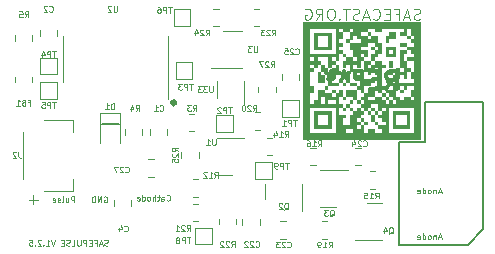
<source format=gbo>
G04 #@! TF.GenerationSoftware,KiCad,Pcbnew,8.99.0-1513-g7fef6e8d83*
G04 #@! TF.CreationDate,2024-06-23T17:30:35+12:00*
G04 #@! TF.ProjectId,SafePulse,53616665-5075-46c7-9365-2e6b69636164,V1.2.4*
G04 #@! TF.SameCoordinates,PX78d49e0PY49c7f08*
G04 #@! TF.FileFunction,Legend,Bot*
G04 #@! TF.FilePolarity,Positive*
%FSLAX46Y46*%
G04 Gerber Fmt 4.6, Leading zero omitted, Abs format (unit mm)*
G04 Created by KiCad (PCBNEW 8.99.0-1513-g7fef6e8d83) date 2024-06-23 17:30:35*
%MOMM*%
%LPD*%
G01*
G04 APERTURE LIST*
%ADD10C,0.150000*%
%ADD11C,0.325000*%
%ADD12C,0.100000*%
%ADD13C,0.075000*%
%ADD14C,0.125000*%
%ADD15C,0.300000*%
%ADD16C,0.000000*%
%ADD17C,0.120000*%
G04 APERTURE END LIST*
D10*
X32570000Y-210000D02*
X38400000Y-210000D01*
X39670000Y1165000D02*
X38400000Y-210000D01*
X32570000Y8540000D02*
X34795000Y8540000D01*
X34820000Y11960000D02*
X39670000Y11960000D01*
X7420000Y10040000D02*
X8920000Y10040000D01*
X39670000Y11960000D02*
X39670000Y1165000D01*
X32550000Y8530000D02*
X32550000Y-210000D01*
D11*
X13662500Y11865000D02*
G75*
G02*
X13337500Y11865000I-162500J0D01*
G01*
X13337500Y11865000D02*
G75*
G02*
X13662500Y11865000I162500J0D01*
G01*
D10*
X34820000Y8540000D02*
X34820000Y11960000D01*
D12*
X7605952Y3915081D02*
X7653571Y3938891D01*
X7653571Y3938891D02*
X7725000Y3938891D01*
X7725000Y3938891D02*
X7796428Y3915081D01*
X7796428Y3915081D02*
X7844047Y3867462D01*
X7844047Y3867462D02*
X7867857Y3819843D01*
X7867857Y3819843D02*
X7891666Y3724605D01*
X7891666Y3724605D02*
X7891666Y3653177D01*
X7891666Y3653177D02*
X7867857Y3557939D01*
X7867857Y3557939D02*
X7844047Y3510320D01*
X7844047Y3510320D02*
X7796428Y3462700D01*
X7796428Y3462700D02*
X7725000Y3438891D01*
X7725000Y3438891D02*
X7677381Y3438891D01*
X7677381Y3438891D02*
X7605952Y3462700D01*
X7605952Y3462700D02*
X7582143Y3486510D01*
X7582143Y3486510D02*
X7582143Y3653177D01*
X7582143Y3653177D02*
X7677381Y3653177D01*
X7367857Y3438891D02*
X7367857Y3938891D01*
X7367857Y3938891D02*
X7082143Y3438891D01*
X7082143Y3438891D02*
X7082143Y3938891D01*
X6844047Y3438891D02*
X6844047Y3938891D01*
X6844047Y3938891D02*
X6724999Y3938891D01*
X6724999Y3938891D02*
X6653571Y3915081D01*
X6653571Y3915081D02*
X6605952Y3867462D01*
X6605952Y3867462D02*
X6582142Y3819843D01*
X6582142Y3819843D02*
X6558333Y3724605D01*
X6558333Y3724605D02*
X6558333Y3653177D01*
X6558333Y3653177D02*
X6582142Y3557939D01*
X6582142Y3557939D02*
X6605952Y3510320D01*
X6605952Y3510320D02*
X6653571Y3462700D01*
X6653571Y3462700D02*
X6724999Y3438891D01*
X6724999Y3438891D02*
X6844047Y3438891D01*
X34371714Y18936950D02*
X34236000Y18891712D01*
X34236000Y18891712D02*
X34009809Y18891712D01*
X34009809Y18891712D02*
X33919333Y18936950D01*
X33919333Y18936950D02*
X33874095Y18982189D01*
X33874095Y18982189D02*
X33828857Y19072665D01*
X33828857Y19072665D02*
X33828857Y19163141D01*
X33828857Y19163141D02*
X33874095Y19253617D01*
X33874095Y19253617D02*
X33919333Y19298855D01*
X33919333Y19298855D02*
X34009809Y19344093D01*
X34009809Y19344093D02*
X34190762Y19389331D01*
X34190762Y19389331D02*
X34281238Y19434570D01*
X34281238Y19434570D02*
X34326476Y19479808D01*
X34326476Y19479808D02*
X34371714Y19570284D01*
X34371714Y19570284D02*
X34371714Y19660760D01*
X34371714Y19660760D02*
X34326476Y19751236D01*
X34326476Y19751236D02*
X34281238Y19796474D01*
X34281238Y19796474D02*
X34190762Y19841712D01*
X34190762Y19841712D02*
X33964571Y19841712D01*
X33964571Y19841712D02*
X33828857Y19796474D01*
X33466952Y19163141D02*
X33014571Y19163141D01*
X33557428Y18891712D02*
X33240762Y19841712D01*
X33240762Y19841712D02*
X32924095Y18891712D01*
X32290761Y19389331D02*
X32607428Y19389331D01*
X32607428Y18891712D02*
X32607428Y19841712D01*
X32607428Y19841712D02*
X32155047Y19841712D01*
X31793142Y19389331D02*
X31476475Y19389331D01*
X31340761Y18891712D02*
X31793142Y18891712D01*
X31793142Y18891712D02*
X31793142Y19841712D01*
X31793142Y19841712D02*
X31340761Y19841712D01*
X30390761Y18982189D02*
X30435999Y18936950D01*
X30435999Y18936950D02*
X30571713Y18891712D01*
X30571713Y18891712D02*
X30662189Y18891712D01*
X30662189Y18891712D02*
X30797904Y18936950D01*
X30797904Y18936950D02*
X30888380Y19027427D01*
X30888380Y19027427D02*
X30933618Y19117903D01*
X30933618Y19117903D02*
X30978856Y19298855D01*
X30978856Y19298855D02*
X30978856Y19434570D01*
X30978856Y19434570D02*
X30933618Y19615522D01*
X30933618Y19615522D02*
X30888380Y19705998D01*
X30888380Y19705998D02*
X30797904Y19796474D01*
X30797904Y19796474D02*
X30662189Y19841712D01*
X30662189Y19841712D02*
X30571713Y19841712D01*
X30571713Y19841712D02*
X30435999Y19796474D01*
X30435999Y19796474D02*
X30390761Y19751236D01*
X30028856Y19163141D02*
X29576475Y19163141D01*
X30119332Y18891712D02*
X29802666Y19841712D01*
X29802666Y19841712D02*
X29485999Y18891712D01*
X29214570Y18936950D02*
X29078856Y18891712D01*
X29078856Y18891712D02*
X28852665Y18891712D01*
X28852665Y18891712D02*
X28762189Y18936950D01*
X28762189Y18936950D02*
X28716951Y18982189D01*
X28716951Y18982189D02*
X28671713Y19072665D01*
X28671713Y19072665D02*
X28671713Y19163141D01*
X28671713Y19163141D02*
X28716951Y19253617D01*
X28716951Y19253617D02*
X28762189Y19298855D01*
X28762189Y19298855D02*
X28852665Y19344093D01*
X28852665Y19344093D02*
X29033618Y19389331D01*
X29033618Y19389331D02*
X29124094Y19434570D01*
X29124094Y19434570D02*
X29169332Y19479808D01*
X29169332Y19479808D02*
X29214570Y19570284D01*
X29214570Y19570284D02*
X29214570Y19660760D01*
X29214570Y19660760D02*
X29169332Y19751236D01*
X29169332Y19751236D02*
X29124094Y19796474D01*
X29124094Y19796474D02*
X29033618Y19841712D01*
X29033618Y19841712D02*
X28807427Y19841712D01*
X28807427Y19841712D02*
X28671713Y19796474D01*
X28400284Y19841712D02*
X27857427Y19841712D01*
X28128856Y18891712D02*
X28128856Y19841712D01*
X27540760Y18982189D02*
X27495522Y18936950D01*
X27495522Y18936950D02*
X27540760Y18891712D01*
X27540760Y18891712D02*
X27585998Y18936950D01*
X27585998Y18936950D02*
X27540760Y18982189D01*
X27540760Y18982189D02*
X27540760Y18891712D01*
X26907427Y19841712D02*
X26726474Y19841712D01*
X26726474Y19841712D02*
X26635998Y19796474D01*
X26635998Y19796474D02*
X26545522Y19705998D01*
X26545522Y19705998D02*
X26500284Y19525046D01*
X26500284Y19525046D02*
X26500284Y19208379D01*
X26500284Y19208379D02*
X26545522Y19027427D01*
X26545522Y19027427D02*
X26635998Y18936950D01*
X26635998Y18936950D02*
X26726474Y18891712D01*
X26726474Y18891712D02*
X26907427Y18891712D01*
X26907427Y18891712D02*
X26997903Y18936950D01*
X26997903Y18936950D02*
X27088379Y19027427D01*
X27088379Y19027427D02*
X27133617Y19208379D01*
X27133617Y19208379D02*
X27133617Y19525046D01*
X27133617Y19525046D02*
X27088379Y19705998D01*
X27088379Y19705998D02*
X26997903Y19796474D01*
X26997903Y19796474D02*
X26907427Y19841712D01*
X25550284Y18891712D02*
X25866951Y19344093D01*
X26093141Y18891712D02*
X26093141Y19841712D01*
X26093141Y19841712D02*
X25731236Y19841712D01*
X25731236Y19841712D02*
X25640760Y19796474D01*
X25640760Y19796474D02*
X25595522Y19751236D01*
X25595522Y19751236D02*
X25550284Y19660760D01*
X25550284Y19660760D02*
X25550284Y19525046D01*
X25550284Y19525046D02*
X25595522Y19434570D01*
X25595522Y19434570D02*
X25640760Y19389331D01*
X25640760Y19389331D02*
X25731236Y19344093D01*
X25731236Y19344093D02*
X26093141Y19344093D01*
X24645522Y19796474D02*
X24735998Y19841712D01*
X24735998Y19841712D02*
X24871712Y19841712D01*
X24871712Y19841712D02*
X25007427Y19796474D01*
X25007427Y19796474D02*
X25097903Y19705998D01*
X25097903Y19705998D02*
X25143141Y19615522D01*
X25143141Y19615522D02*
X25188379Y19434570D01*
X25188379Y19434570D02*
X25188379Y19298855D01*
X25188379Y19298855D02*
X25143141Y19117903D01*
X25143141Y19117903D02*
X25097903Y19027427D01*
X25097903Y19027427D02*
X25007427Y18936950D01*
X25007427Y18936950D02*
X24871712Y18891712D01*
X24871712Y18891712D02*
X24781236Y18891712D01*
X24781236Y18891712D02*
X24645522Y18936950D01*
X24645522Y18936950D02*
X24600284Y18982189D01*
X24600284Y18982189D02*
X24600284Y19298855D01*
X24600284Y19298855D02*
X24781236Y19298855D01*
X2021951Y3648534D02*
X1260047Y3648534D01*
X1640999Y3267581D02*
X1640999Y4029486D01*
D13*
X7933330Y-203600D02*
X7861902Y-227409D01*
X7861902Y-227409D02*
X7742854Y-227409D01*
X7742854Y-227409D02*
X7695235Y-203600D01*
X7695235Y-203600D02*
X7671426Y-179790D01*
X7671426Y-179790D02*
X7647616Y-132171D01*
X7647616Y-132171D02*
X7647616Y-84552D01*
X7647616Y-84552D02*
X7671426Y-36933D01*
X7671426Y-36933D02*
X7695235Y-13123D01*
X7695235Y-13123D02*
X7742854Y10686D01*
X7742854Y10686D02*
X7838092Y34496D01*
X7838092Y34496D02*
X7885711Y58305D01*
X7885711Y58305D02*
X7909521Y82115D01*
X7909521Y82115D02*
X7933330Y129734D01*
X7933330Y129734D02*
X7933330Y177353D01*
X7933330Y177353D02*
X7909521Y224972D01*
X7909521Y224972D02*
X7885711Y248781D01*
X7885711Y248781D02*
X7838092Y272591D01*
X7838092Y272591D02*
X7719045Y272591D01*
X7719045Y272591D02*
X7647616Y248781D01*
X7457140Y-84552D02*
X7219045Y-84552D01*
X7504759Y-227409D02*
X7338093Y272591D01*
X7338093Y272591D02*
X7171426Y-227409D01*
X6838093Y34496D02*
X7004760Y34496D01*
X7004760Y-227409D02*
X7004760Y272591D01*
X7004760Y272591D02*
X6766665Y272591D01*
X6576189Y34496D02*
X6409522Y34496D01*
X6338094Y-227409D02*
X6576189Y-227409D01*
X6576189Y-227409D02*
X6576189Y272591D01*
X6576189Y272591D02*
X6338094Y272591D01*
X6123808Y-227409D02*
X6123808Y272591D01*
X6123808Y272591D02*
X5933332Y272591D01*
X5933332Y272591D02*
X5885713Y248781D01*
X5885713Y248781D02*
X5861903Y224972D01*
X5861903Y224972D02*
X5838094Y177353D01*
X5838094Y177353D02*
X5838094Y105924D01*
X5838094Y105924D02*
X5861903Y58305D01*
X5861903Y58305D02*
X5885713Y34496D01*
X5885713Y34496D02*
X5933332Y10686D01*
X5933332Y10686D02*
X6123808Y10686D01*
X5623808Y272591D02*
X5623808Y-132171D01*
X5623808Y-132171D02*
X5599998Y-179790D01*
X5599998Y-179790D02*
X5576189Y-203600D01*
X5576189Y-203600D02*
X5528570Y-227409D01*
X5528570Y-227409D02*
X5433332Y-227409D01*
X5433332Y-227409D02*
X5385713Y-203600D01*
X5385713Y-203600D02*
X5361903Y-179790D01*
X5361903Y-179790D02*
X5338094Y-132171D01*
X5338094Y-132171D02*
X5338094Y272591D01*
X4861903Y-227409D02*
X5099998Y-227409D01*
X5099998Y-227409D02*
X5099998Y272591D01*
X4719045Y-203600D02*
X4647617Y-227409D01*
X4647617Y-227409D02*
X4528569Y-227409D01*
X4528569Y-227409D02*
X4480950Y-203600D01*
X4480950Y-203600D02*
X4457141Y-179790D01*
X4457141Y-179790D02*
X4433331Y-132171D01*
X4433331Y-132171D02*
X4433331Y-84552D01*
X4433331Y-84552D02*
X4457141Y-36933D01*
X4457141Y-36933D02*
X4480950Y-13123D01*
X4480950Y-13123D02*
X4528569Y10686D01*
X4528569Y10686D02*
X4623807Y34496D01*
X4623807Y34496D02*
X4671426Y58305D01*
X4671426Y58305D02*
X4695236Y82115D01*
X4695236Y82115D02*
X4719045Y129734D01*
X4719045Y129734D02*
X4719045Y177353D01*
X4719045Y177353D02*
X4695236Y224972D01*
X4695236Y224972D02*
X4671426Y248781D01*
X4671426Y248781D02*
X4623807Y272591D01*
X4623807Y272591D02*
X4504760Y272591D01*
X4504760Y272591D02*
X4433331Y248781D01*
X4219046Y34496D02*
X4052379Y34496D01*
X3980951Y-227409D02*
X4219046Y-227409D01*
X4219046Y-227409D02*
X4219046Y272591D01*
X4219046Y272591D02*
X3980951Y272591D01*
X3457141Y272591D02*
X3290475Y-227409D01*
X3290475Y-227409D02*
X3123808Y272591D01*
X2695237Y-227409D02*
X2980951Y-227409D01*
X2838094Y-227409D02*
X2838094Y272591D01*
X2838094Y272591D02*
X2885713Y201162D01*
X2885713Y201162D02*
X2933332Y153543D01*
X2933332Y153543D02*
X2980951Y129734D01*
X2480952Y-179790D02*
X2457142Y-203600D01*
X2457142Y-203600D02*
X2480952Y-227409D01*
X2480952Y-227409D02*
X2504761Y-203600D01*
X2504761Y-203600D02*
X2480952Y-179790D01*
X2480952Y-179790D02*
X2480952Y-227409D01*
X2266666Y224972D02*
X2242857Y248781D01*
X2242857Y248781D02*
X2195238Y272591D01*
X2195238Y272591D02*
X2076190Y272591D01*
X2076190Y272591D02*
X2028571Y248781D01*
X2028571Y248781D02*
X2004762Y224972D01*
X2004762Y224972D02*
X1980952Y177353D01*
X1980952Y177353D02*
X1980952Y129734D01*
X1980952Y129734D02*
X2004762Y58305D01*
X2004762Y58305D02*
X2290476Y-227409D01*
X2290476Y-227409D02*
X1980952Y-227409D01*
X1766667Y-179790D02*
X1742857Y-203600D01*
X1742857Y-203600D02*
X1766667Y-227409D01*
X1766667Y-227409D02*
X1790476Y-203600D01*
X1790476Y-203600D02*
X1766667Y-179790D01*
X1766667Y-179790D02*
X1766667Y-227409D01*
X1290477Y272591D02*
X1528572Y272591D01*
X1528572Y272591D02*
X1552381Y34496D01*
X1552381Y34496D02*
X1528572Y58305D01*
X1528572Y58305D02*
X1480953Y82115D01*
X1480953Y82115D02*
X1361905Y82115D01*
X1361905Y82115D02*
X1314286Y58305D01*
X1314286Y58305D02*
X1290477Y34496D01*
X1290477Y34496D02*
X1266667Y-13123D01*
X1266667Y-13123D02*
X1266667Y-132171D01*
X1266667Y-132171D02*
X1290477Y-179790D01*
X1290477Y-179790D02*
X1314286Y-203600D01*
X1314286Y-203600D02*
X1361905Y-227409D01*
X1361905Y-227409D02*
X1480953Y-227409D01*
X1480953Y-227409D02*
X1528572Y-203600D01*
X1528572Y-203600D02*
X1552381Y-179790D01*
D12*
X5085761Y3438891D02*
X5085761Y3938891D01*
X5085761Y3938891D02*
X4895285Y3938891D01*
X4895285Y3938891D02*
X4847666Y3915081D01*
X4847666Y3915081D02*
X4823856Y3891272D01*
X4823856Y3891272D02*
X4800047Y3843653D01*
X4800047Y3843653D02*
X4800047Y3772224D01*
X4800047Y3772224D02*
X4823856Y3724605D01*
X4823856Y3724605D02*
X4847666Y3700796D01*
X4847666Y3700796D02*
X4895285Y3676986D01*
X4895285Y3676986D02*
X5085761Y3676986D01*
X4371475Y3772224D02*
X4371475Y3438891D01*
X4585761Y3772224D02*
X4585761Y3510320D01*
X4585761Y3510320D02*
X4561951Y3462700D01*
X4561951Y3462700D02*
X4514332Y3438891D01*
X4514332Y3438891D02*
X4442904Y3438891D01*
X4442904Y3438891D02*
X4395285Y3462700D01*
X4395285Y3462700D02*
X4371475Y3486510D01*
X4061951Y3438891D02*
X4109570Y3462700D01*
X4109570Y3462700D02*
X4133380Y3510320D01*
X4133380Y3510320D02*
X4133380Y3938891D01*
X3895284Y3462700D02*
X3847665Y3438891D01*
X3847665Y3438891D02*
X3752427Y3438891D01*
X3752427Y3438891D02*
X3704808Y3462700D01*
X3704808Y3462700D02*
X3680999Y3510320D01*
X3680999Y3510320D02*
X3680999Y3534129D01*
X3680999Y3534129D02*
X3704808Y3581748D01*
X3704808Y3581748D02*
X3752427Y3605558D01*
X3752427Y3605558D02*
X3823856Y3605558D01*
X3823856Y3605558D02*
X3871475Y3629367D01*
X3871475Y3629367D02*
X3895284Y3676986D01*
X3895284Y3676986D02*
X3895284Y3700796D01*
X3895284Y3700796D02*
X3871475Y3748415D01*
X3871475Y3748415D02*
X3823856Y3772224D01*
X3823856Y3772224D02*
X3752427Y3772224D01*
X3752427Y3772224D02*
X3704808Y3748415D01*
X3276237Y3462700D02*
X3323856Y3438891D01*
X3323856Y3438891D02*
X3419094Y3438891D01*
X3419094Y3438891D02*
X3466713Y3462700D01*
X3466713Y3462700D02*
X3490522Y3510320D01*
X3490522Y3510320D02*
X3490522Y3700796D01*
X3490522Y3700796D02*
X3466713Y3748415D01*
X3466713Y3748415D02*
X3419094Y3772224D01*
X3419094Y3772224D02*
X3323856Y3772224D01*
X3323856Y3772224D02*
X3276237Y3748415D01*
X3276237Y3748415D02*
X3252427Y3700796D01*
X3252427Y3700796D02*
X3252427Y3653177D01*
X3252427Y3653177D02*
X3490522Y3605558D01*
D14*
X366666Y7725191D02*
X366666Y7368048D01*
X366666Y7368048D02*
X390475Y7296620D01*
X390475Y7296620D02*
X438094Y7249000D01*
X438094Y7249000D02*
X509523Y7225191D01*
X509523Y7225191D02*
X557142Y7225191D01*
X152380Y7677572D02*
X128571Y7701381D01*
X128571Y7701381D02*
X80952Y7725191D01*
X80952Y7725191D02*
X-38096Y7725191D01*
X-38096Y7725191D02*
X-85715Y7701381D01*
X-85715Y7701381D02*
X-109524Y7677572D01*
X-109524Y7677572D02*
X-133334Y7629953D01*
X-133334Y7629953D02*
X-133334Y7582334D01*
X-133334Y7582334D02*
X-109524Y7510905D01*
X-109524Y7510905D02*
X176190Y7225191D01*
X176190Y7225191D02*
X-133334Y7225191D01*
D13*
X36151903Y4335448D02*
X35913808Y4335448D01*
X36199522Y4192591D02*
X36032856Y4692591D01*
X36032856Y4692591D02*
X35866189Y4192591D01*
X35699523Y4525924D02*
X35699523Y4192591D01*
X35699523Y4478305D02*
X35675713Y4502115D01*
X35675713Y4502115D02*
X35628094Y4525924D01*
X35628094Y4525924D02*
X35556666Y4525924D01*
X35556666Y4525924D02*
X35509047Y4502115D01*
X35509047Y4502115D02*
X35485237Y4454496D01*
X35485237Y4454496D02*
X35485237Y4192591D01*
X35175713Y4192591D02*
X35223332Y4216400D01*
X35223332Y4216400D02*
X35247142Y4240210D01*
X35247142Y4240210D02*
X35270951Y4287829D01*
X35270951Y4287829D02*
X35270951Y4430686D01*
X35270951Y4430686D02*
X35247142Y4478305D01*
X35247142Y4478305D02*
X35223332Y4502115D01*
X35223332Y4502115D02*
X35175713Y4525924D01*
X35175713Y4525924D02*
X35104285Y4525924D01*
X35104285Y4525924D02*
X35056666Y4502115D01*
X35056666Y4502115D02*
X35032856Y4478305D01*
X35032856Y4478305D02*
X35009047Y4430686D01*
X35009047Y4430686D02*
X35009047Y4287829D01*
X35009047Y4287829D02*
X35032856Y4240210D01*
X35032856Y4240210D02*
X35056666Y4216400D01*
X35056666Y4216400D02*
X35104285Y4192591D01*
X35104285Y4192591D02*
X35175713Y4192591D01*
X34580475Y4192591D02*
X34580475Y4692591D01*
X34580475Y4216400D02*
X34628094Y4192591D01*
X34628094Y4192591D02*
X34723332Y4192591D01*
X34723332Y4192591D02*
X34770951Y4216400D01*
X34770951Y4216400D02*
X34794761Y4240210D01*
X34794761Y4240210D02*
X34818570Y4287829D01*
X34818570Y4287829D02*
X34818570Y4430686D01*
X34818570Y4430686D02*
X34794761Y4478305D01*
X34794761Y4478305D02*
X34770951Y4502115D01*
X34770951Y4502115D02*
X34723332Y4525924D01*
X34723332Y4525924D02*
X34628094Y4525924D01*
X34628094Y4525924D02*
X34580475Y4502115D01*
X34151904Y4216400D02*
X34199523Y4192591D01*
X34199523Y4192591D02*
X34294761Y4192591D01*
X34294761Y4192591D02*
X34342380Y4216400D01*
X34342380Y4216400D02*
X34366189Y4264020D01*
X34366189Y4264020D02*
X34366189Y4454496D01*
X34366189Y4454496D02*
X34342380Y4502115D01*
X34342380Y4502115D02*
X34294761Y4525924D01*
X34294761Y4525924D02*
X34199523Y4525924D01*
X34199523Y4525924D02*
X34151904Y4502115D01*
X34151904Y4502115D02*
X34128094Y4454496D01*
X34128094Y4454496D02*
X34128094Y4406877D01*
X34128094Y4406877D02*
X34366189Y4359258D01*
X36151903Y465448D02*
X35913808Y465448D01*
X36199522Y322591D02*
X36032856Y822591D01*
X36032856Y822591D02*
X35866189Y322591D01*
X35699523Y655924D02*
X35699523Y322591D01*
X35699523Y608305D02*
X35675713Y632115D01*
X35675713Y632115D02*
X35628094Y655924D01*
X35628094Y655924D02*
X35556666Y655924D01*
X35556666Y655924D02*
X35509047Y632115D01*
X35509047Y632115D02*
X35485237Y584496D01*
X35485237Y584496D02*
X35485237Y322591D01*
X35175713Y322591D02*
X35223332Y346400D01*
X35223332Y346400D02*
X35247142Y370210D01*
X35247142Y370210D02*
X35270951Y417829D01*
X35270951Y417829D02*
X35270951Y560686D01*
X35270951Y560686D02*
X35247142Y608305D01*
X35247142Y608305D02*
X35223332Y632115D01*
X35223332Y632115D02*
X35175713Y655924D01*
X35175713Y655924D02*
X35104285Y655924D01*
X35104285Y655924D02*
X35056666Y632115D01*
X35056666Y632115D02*
X35032856Y608305D01*
X35032856Y608305D02*
X35009047Y560686D01*
X35009047Y560686D02*
X35009047Y417829D01*
X35009047Y417829D02*
X35032856Y370210D01*
X35032856Y370210D02*
X35056666Y346400D01*
X35056666Y346400D02*
X35104285Y322591D01*
X35104285Y322591D02*
X35175713Y322591D01*
X34580475Y322591D02*
X34580475Y822591D01*
X34580475Y346400D02*
X34628094Y322591D01*
X34628094Y322591D02*
X34723332Y322591D01*
X34723332Y322591D02*
X34770951Y346400D01*
X34770951Y346400D02*
X34794761Y370210D01*
X34794761Y370210D02*
X34818570Y417829D01*
X34818570Y417829D02*
X34818570Y560686D01*
X34818570Y560686D02*
X34794761Y608305D01*
X34794761Y608305D02*
X34770951Y632115D01*
X34770951Y632115D02*
X34723332Y655924D01*
X34723332Y655924D02*
X34628094Y655924D01*
X34628094Y655924D02*
X34580475Y632115D01*
X34151904Y346400D02*
X34199523Y322591D01*
X34199523Y322591D02*
X34294761Y322591D01*
X34294761Y322591D02*
X34342380Y346400D01*
X34342380Y346400D02*
X34366189Y394020D01*
X34366189Y394020D02*
X34366189Y584496D01*
X34366189Y584496D02*
X34342380Y632115D01*
X34342380Y632115D02*
X34294761Y655924D01*
X34294761Y655924D02*
X34199523Y655924D01*
X34199523Y655924D02*
X34151904Y632115D01*
X34151904Y632115D02*
X34128094Y584496D01*
X34128094Y584496D02*
X34128094Y536877D01*
X34128094Y536877D02*
X34366189Y489258D01*
X12907142Y3620210D02*
X12930951Y3596400D01*
X12930951Y3596400D02*
X13002380Y3572591D01*
X13002380Y3572591D02*
X13049999Y3572591D01*
X13049999Y3572591D02*
X13121427Y3596400D01*
X13121427Y3596400D02*
X13169046Y3644020D01*
X13169046Y3644020D02*
X13192856Y3691639D01*
X13192856Y3691639D02*
X13216665Y3786877D01*
X13216665Y3786877D02*
X13216665Y3858305D01*
X13216665Y3858305D02*
X13192856Y3953543D01*
X13192856Y3953543D02*
X13169046Y4001162D01*
X13169046Y4001162D02*
X13121427Y4048781D01*
X13121427Y4048781D02*
X13049999Y4072591D01*
X13049999Y4072591D02*
X13002380Y4072591D01*
X13002380Y4072591D02*
X12930951Y4048781D01*
X12930951Y4048781D02*
X12907142Y4024972D01*
X12478570Y3572591D02*
X12478570Y3834496D01*
X12478570Y3834496D02*
X12502380Y3882115D01*
X12502380Y3882115D02*
X12549999Y3905924D01*
X12549999Y3905924D02*
X12645237Y3905924D01*
X12645237Y3905924D02*
X12692856Y3882115D01*
X12478570Y3596400D02*
X12526189Y3572591D01*
X12526189Y3572591D02*
X12645237Y3572591D01*
X12645237Y3572591D02*
X12692856Y3596400D01*
X12692856Y3596400D02*
X12716665Y3644020D01*
X12716665Y3644020D02*
X12716665Y3691639D01*
X12716665Y3691639D02*
X12692856Y3739258D01*
X12692856Y3739258D02*
X12645237Y3763067D01*
X12645237Y3763067D02*
X12526189Y3763067D01*
X12526189Y3763067D02*
X12478570Y3786877D01*
X12311903Y3905924D02*
X12121427Y3905924D01*
X12240475Y4072591D02*
X12240475Y3644020D01*
X12240475Y3644020D02*
X12216665Y3596400D01*
X12216665Y3596400D02*
X12169046Y3572591D01*
X12169046Y3572591D02*
X12121427Y3572591D01*
X11954761Y3572591D02*
X11954761Y4072591D01*
X11740475Y3572591D02*
X11740475Y3834496D01*
X11740475Y3834496D02*
X11764285Y3882115D01*
X11764285Y3882115D02*
X11811904Y3905924D01*
X11811904Y3905924D02*
X11883332Y3905924D01*
X11883332Y3905924D02*
X11930951Y3882115D01*
X11930951Y3882115D02*
X11954761Y3858305D01*
X11430951Y3572591D02*
X11478570Y3596400D01*
X11478570Y3596400D02*
X11502380Y3620210D01*
X11502380Y3620210D02*
X11526189Y3667829D01*
X11526189Y3667829D02*
X11526189Y3810686D01*
X11526189Y3810686D02*
X11502380Y3858305D01*
X11502380Y3858305D02*
X11478570Y3882115D01*
X11478570Y3882115D02*
X11430951Y3905924D01*
X11430951Y3905924D02*
X11359523Y3905924D01*
X11359523Y3905924D02*
X11311904Y3882115D01*
X11311904Y3882115D02*
X11288094Y3858305D01*
X11288094Y3858305D02*
X11264285Y3810686D01*
X11264285Y3810686D02*
X11264285Y3667829D01*
X11264285Y3667829D02*
X11288094Y3620210D01*
X11288094Y3620210D02*
X11311904Y3596400D01*
X11311904Y3596400D02*
X11359523Y3572591D01*
X11359523Y3572591D02*
X11430951Y3572591D01*
X10835713Y3572591D02*
X10835713Y4072591D01*
X10835713Y3596400D02*
X10883332Y3572591D01*
X10883332Y3572591D02*
X10978570Y3572591D01*
X10978570Y3572591D02*
X11026189Y3596400D01*
X11026189Y3596400D02*
X11049999Y3620210D01*
X11049999Y3620210D02*
X11073808Y3667829D01*
X11073808Y3667829D02*
X11073808Y3810686D01*
X11073808Y3810686D02*
X11049999Y3858305D01*
X11049999Y3858305D02*
X11026189Y3882115D01*
X11026189Y3882115D02*
X10978570Y3905924D01*
X10978570Y3905924D02*
X10883332Y3905924D01*
X10883332Y3905924D02*
X10835713Y3882115D01*
X10407142Y3596400D02*
X10454761Y3572591D01*
X10454761Y3572591D02*
X10549999Y3572591D01*
X10549999Y3572591D02*
X10597618Y3596400D01*
X10597618Y3596400D02*
X10621427Y3644020D01*
X10621427Y3644020D02*
X10621427Y3834496D01*
X10621427Y3834496D02*
X10597618Y3882115D01*
X10597618Y3882115D02*
X10549999Y3905924D01*
X10549999Y3905924D02*
X10454761Y3905924D01*
X10454761Y3905924D02*
X10407142Y3882115D01*
X10407142Y3882115D02*
X10383332Y3834496D01*
X10383332Y3834496D02*
X10383332Y3786877D01*
X10383332Y3786877D02*
X10621427Y3739258D01*
D15*
X31517999Y13048569D02*
X32025999Y13774283D01*
X32388856Y13048569D02*
X32388856Y14572569D01*
X32388856Y14572569D02*
X31808285Y14572569D01*
X31808285Y14572569D02*
X31663142Y14499998D01*
X31663142Y14499998D02*
X31590571Y14427426D01*
X31590571Y14427426D02*
X31517999Y14282283D01*
X31517999Y14282283D02*
X31517999Y14064569D01*
X31517999Y14064569D02*
X31590571Y13919426D01*
X31590571Y13919426D02*
X31663142Y13846855D01*
X31663142Y13846855D02*
X31808285Y13774283D01*
X31808285Y13774283D02*
X32388856Y13774283D01*
X30864856Y13846855D02*
X30356856Y13846855D01*
X30139142Y13048569D02*
X30864856Y13048569D01*
X30864856Y13048569D02*
X30864856Y14572569D01*
X30864856Y14572569D02*
X30139142Y14572569D01*
X28977999Y13846855D02*
X29485999Y13846855D01*
X29485999Y13048569D02*
X29485999Y14572569D01*
X29485999Y14572569D02*
X28760285Y14572569D01*
X27961999Y14572569D02*
X27961999Y14209712D01*
X28324856Y14354855D02*
X27961999Y14209712D01*
X27961999Y14209712D02*
X27599142Y14354855D01*
X28179713Y13919426D02*
X27961999Y14209712D01*
X27961999Y14209712D02*
X27744285Y13919426D01*
X26800856Y14572569D02*
X26800856Y14209712D01*
X27163713Y14354855D02*
X26800856Y14209712D01*
X26800856Y14209712D02*
X26437999Y14354855D01*
X27018570Y13919426D02*
X26800856Y14209712D01*
X26800856Y14209712D02*
X26583142Y13919426D01*
D13*
X3530951Y11922591D02*
X3245237Y11922591D01*
X3388094Y11422591D02*
X3388094Y11922591D01*
X3078571Y11422591D02*
X3078571Y11922591D01*
X3078571Y11922591D02*
X2888095Y11922591D01*
X2888095Y11922591D02*
X2840476Y11898781D01*
X2840476Y11898781D02*
X2816666Y11874972D01*
X2816666Y11874972D02*
X2792857Y11827353D01*
X2792857Y11827353D02*
X2792857Y11755924D01*
X2792857Y11755924D02*
X2816666Y11708305D01*
X2816666Y11708305D02*
X2840476Y11684496D01*
X2840476Y11684496D02*
X2888095Y11660686D01*
X2888095Y11660686D02*
X3078571Y11660686D01*
X2340476Y11922591D02*
X2578571Y11922591D01*
X2578571Y11922591D02*
X2602380Y11684496D01*
X2602380Y11684496D02*
X2578571Y11708305D01*
X2578571Y11708305D02*
X2530952Y11732115D01*
X2530952Y11732115D02*
X2411904Y11732115D01*
X2411904Y11732115D02*
X2364285Y11708305D01*
X2364285Y11708305D02*
X2340476Y11684496D01*
X2340476Y11684496D02*
X2316666Y11636877D01*
X2316666Y11636877D02*
X2316666Y11517829D01*
X2316666Y11517829D02*
X2340476Y11470210D01*
X2340476Y11470210D02*
X2364285Y11446400D01*
X2364285Y11446400D02*
X2411904Y11422591D01*
X2411904Y11422591D02*
X2530952Y11422591D01*
X2530952Y11422591D02*
X2578571Y11446400D01*
X2578571Y11446400D02*
X2602380Y11470210D01*
X14621428Y1022591D02*
X14788094Y1260686D01*
X14907142Y1022591D02*
X14907142Y1522591D01*
X14907142Y1522591D02*
X14716666Y1522591D01*
X14716666Y1522591D02*
X14669047Y1498781D01*
X14669047Y1498781D02*
X14645237Y1474972D01*
X14645237Y1474972D02*
X14621428Y1427353D01*
X14621428Y1427353D02*
X14621428Y1355924D01*
X14621428Y1355924D02*
X14645237Y1308305D01*
X14645237Y1308305D02*
X14669047Y1284496D01*
X14669047Y1284496D02*
X14716666Y1260686D01*
X14716666Y1260686D02*
X14907142Y1260686D01*
X14430951Y1474972D02*
X14407142Y1498781D01*
X14407142Y1498781D02*
X14359523Y1522591D01*
X14359523Y1522591D02*
X14240475Y1522591D01*
X14240475Y1522591D02*
X14192856Y1498781D01*
X14192856Y1498781D02*
X14169047Y1474972D01*
X14169047Y1474972D02*
X14145237Y1427353D01*
X14145237Y1427353D02*
X14145237Y1379734D01*
X14145237Y1379734D02*
X14169047Y1308305D01*
X14169047Y1308305D02*
X14454761Y1022591D01*
X14454761Y1022591D02*
X14145237Y1022591D01*
X13669047Y1022591D02*
X13954761Y1022591D01*
X13811904Y1022591D02*
X13811904Y1522591D01*
X13811904Y1522591D02*
X13859523Y1451162D01*
X13859523Y1451162D02*
X13907142Y1403543D01*
X13907142Y1403543D02*
X13954761Y1379734D01*
X23930951Y10437591D02*
X23645237Y10437591D01*
X23788094Y9937591D02*
X23788094Y10437591D01*
X23478571Y9937591D02*
X23478571Y10437591D01*
X23478571Y10437591D02*
X23288095Y10437591D01*
X23288095Y10437591D02*
X23240476Y10413781D01*
X23240476Y10413781D02*
X23216666Y10389972D01*
X23216666Y10389972D02*
X23192857Y10342353D01*
X23192857Y10342353D02*
X23192857Y10270924D01*
X23192857Y10270924D02*
X23216666Y10223305D01*
X23216666Y10223305D02*
X23240476Y10199496D01*
X23240476Y10199496D02*
X23288095Y10175686D01*
X23288095Y10175686D02*
X23478571Y10175686D01*
X22716666Y9937591D02*
X23002380Y9937591D01*
X22859523Y9937591D02*
X22859523Y10437591D01*
X22859523Y10437591D02*
X22907142Y10366162D01*
X22907142Y10366162D02*
X22954761Y10318543D01*
X22954761Y10318543D02*
X23002380Y10294734D01*
X16963428Y5528591D02*
X17130094Y5766686D01*
X17249142Y5528591D02*
X17249142Y6028591D01*
X17249142Y6028591D02*
X17058666Y6028591D01*
X17058666Y6028591D02*
X17011047Y6004781D01*
X17011047Y6004781D02*
X16987237Y5980972D01*
X16987237Y5980972D02*
X16963428Y5933353D01*
X16963428Y5933353D02*
X16963428Y5861924D01*
X16963428Y5861924D02*
X16987237Y5814305D01*
X16987237Y5814305D02*
X17011047Y5790496D01*
X17011047Y5790496D02*
X17058666Y5766686D01*
X17058666Y5766686D02*
X17249142Y5766686D01*
X16487237Y5528591D02*
X16772951Y5528591D01*
X16630094Y5528591D02*
X16630094Y6028591D01*
X16630094Y6028591D02*
X16677713Y5957162D01*
X16677713Y5957162D02*
X16725332Y5909543D01*
X16725332Y5909543D02*
X16772951Y5885734D01*
X16296761Y5980972D02*
X16272952Y6004781D01*
X16272952Y6004781D02*
X16225333Y6028591D01*
X16225333Y6028591D02*
X16106285Y6028591D01*
X16106285Y6028591D02*
X16058666Y6004781D01*
X16058666Y6004781D02*
X16034857Y5980972D01*
X16034857Y5980972D02*
X16011047Y5933353D01*
X16011047Y5933353D02*
X16011047Y5885734D01*
X16011047Y5885734D02*
X16034857Y5814305D01*
X16034857Y5814305D02*
X16320571Y5528591D01*
X16320571Y5528591D02*
X16011047Y5528591D01*
X26717619Y2264972D02*
X26765238Y2288781D01*
X26765238Y2288781D02*
X26812857Y2336400D01*
X26812857Y2336400D02*
X26884285Y2407829D01*
X26884285Y2407829D02*
X26931904Y2431639D01*
X26931904Y2431639D02*
X26979523Y2431639D01*
X26955714Y2312591D02*
X27003333Y2336400D01*
X27003333Y2336400D02*
X27050952Y2384020D01*
X27050952Y2384020D02*
X27074761Y2479258D01*
X27074761Y2479258D02*
X27074761Y2645924D01*
X27074761Y2645924D02*
X27050952Y2741162D01*
X27050952Y2741162D02*
X27003333Y2788781D01*
X27003333Y2788781D02*
X26955714Y2812591D01*
X26955714Y2812591D02*
X26860476Y2812591D01*
X26860476Y2812591D02*
X26812857Y2788781D01*
X26812857Y2788781D02*
X26765238Y2741162D01*
X26765238Y2741162D02*
X26741428Y2645924D01*
X26741428Y2645924D02*
X26741428Y2479258D01*
X26741428Y2479258D02*
X26765238Y2384020D01*
X26765238Y2384020D02*
X26812857Y2336400D01*
X26812857Y2336400D02*
X26860476Y2312591D01*
X26860476Y2312591D02*
X26955714Y2312591D01*
X26574761Y2812591D02*
X26265237Y2812591D01*
X26265237Y2812591D02*
X26431904Y2622115D01*
X26431904Y2622115D02*
X26360475Y2622115D01*
X26360475Y2622115D02*
X26312856Y2598305D01*
X26312856Y2598305D02*
X26289047Y2574496D01*
X26289047Y2574496D02*
X26265237Y2526877D01*
X26265237Y2526877D02*
X26265237Y2407829D01*
X26265237Y2407829D02*
X26289047Y2360210D01*
X26289047Y2360210D02*
X26312856Y2336400D01*
X26312856Y2336400D02*
X26360475Y2312591D01*
X26360475Y2312591D02*
X26503332Y2312591D01*
X26503332Y2312591D02*
X26550951Y2336400D01*
X26550951Y2336400D02*
X26574761Y2360210D01*
X13330951Y19972591D02*
X13045237Y19972591D01*
X13188094Y19472591D02*
X13188094Y19972591D01*
X12878571Y19472591D02*
X12878571Y19972591D01*
X12878571Y19972591D02*
X12688095Y19972591D01*
X12688095Y19972591D02*
X12640476Y19948781D01*
X12640476Y19948781D02*
X12616666Y19924972D01*
X12616666Y19924972D02*
X12592857Y19877353D01*
X12592857Y19877353D02*
X12592857Y19805924D01*
X12592857Y19805924D02*
X12616666Y19758305D01*
X12616666Y19758305D02*
X12640476Y19734496D01*
X12640476Y19734496D02*
X12688095Y19710686D01*
X12688095Y19710686D02*
X12878571Y19710686D01*
X12164285Y19972591D02*
X12259523Y19972591D01*
X12259523Y19972591D02*
X12307142Y19948781D01*
X12307142Y19948781D02*
X12330952Y19924972D01*
X12330952Y19924972D02*
X12378571Y19853543D01*
X12378571Y19853543D02*
X12402380Y19758305D01*
X12402380Y19758305D02*
X12402380Y19567829D01*
X12402380Y19567829D02*
X12378571Y19520210D01*
X12378571Y19520210D02*
X12354761Y19496400D01*
X12354761Y19496400D02*
X12307142Y19472591D01*
X12307142Y19472591D02*
X12211904Y19472591D01*
X12211904Y19472591D02*
X12164285Y19496400D01*
X12164285Y19496400D02*
X12140476Y19520210D01*
X12140476Y19520210D02*
X12116666Y19567829D01*
X12116666Y19567829D02*
X12116666Y19686877D01*
X12116666Y19686877D02*
X12140476Y19734496D01*
X12140476Y19734496D02*
X12164285Y19758305D01*
X12164285Y19758305D02*
X12211904Y19782115D01*
X12211904Y19782115D02*
X12307142Y19782115D01*
X12307142Y19782115D02*
X12354761Y19758305D01*
X12354761Y19758305D02*
X12378571Y19734496D01*
X12378571Y19734496D02*
X12402380Y19686877D01*
X16221428Y17572591D02*
X16388094Y17810686D01*
X16507142Y17572591D02*
X16507142Y18072591D01*
X16507142Y18072591D02*
X16316666Y18072591D01*
X16316666Y18072591D02*
X16269047Y18048781D01*
X16269047Y18048781D02*
X16245237Y18024972D01*
X16245237Y18024972D02*
X16221428Y17977353D01*
X16221428Y17977353D02*
X16221428Y17905924D01*
X16221428Y17905924D02*
X16245237Y17858305D01*
X16245237Y17858305D02*
X16269047Y17834496D01*
X16269047Y17834496D02*
X16316666Y17810686D01*
X16316666Y17810686D02*
X16507142Y17810686D01*
X16030951Y18024972D02*
X16007142Y18048781D01*
X16007142Y18048781D02*
X15959523Y18072591D01*
X15959523Y18072591D02*
X15840475Y18072591D01*
X15840475Y18072591D02*
X15792856Y18048781D01*
X15792856Y18048781D02*
X15769047Y18024972D01*
X15769047Y18024972D02*
X15745237Y17977353D01*
X15745237Y17977353D02*
X15745237Y17929734D01*
X15745237Y17929734D02*
X15769047Y17858305D01*
X15769047Y17858305D02*
X16054761Y17572591D01*
X16054761Y17572591D02*
X15745237Y17572591D01*
X15316666Y17905924D02*
X15316666Y17572591D01*
X15435714Y18096400D02*
X15554761Y17739258D01*
X15554761Y17739258D02*
X15245238Y17739258D01*
X23121428Y-334790D02*
X23145237Y-358600D01*
X23145237Y-358600D02*
X23216666Y-382409D01*
X23216666Y-382409D02*
X23264285Y-382409D01*
X23264285Y-382409D02*
X23335713Y-358600D01*
X23335713Y-358600D02*
X23383332Y-310980D01*
X23383332Y-310980D02*
X23407142Y-263361D01*
X23407142Y-263361D02*
X23430951Y-168123D01*
X23430951Y-168123D02*
X23430951Y-96695D01*
X23430951Y-96695D02*
X23407142Y-1457D01*
X23407142Y-1457D02*
X23383332Y46162D01*
X23383332Y46162D02*
X23335713Y93781D01*
X23335713Y93781D02*
X23264285Y117591D01*
X23264285Y117591D02*
X23216666Y117591D01*
X23216666Y117591D02*
X23145237Y93781D01*
X23145237Y93781D02*
X23121428Y69972D01*
X22930951Y69972D02*
X22907142Y93781D01*
X22907142Y93781D02*
X22859523Y117591D01*
X22859523Y117591D02*
X22740475Y117591D01*
X22740475Y117591D02*
X22692856Y93781D01*
X22692856Y93781D02*
X22669047Y69972D01*
X22669047Y69972D02*
X22645237Y22353D01*
X22645237Y22353D02*
X22645237Y-25266D01*
X22645237Y-25266D02*
X22669047Y-96695D01*
X22669047Y-96695D02*
X22954761Y-382409D01*
X22954761Y-382409D02*
X22645237Y-382409D01*
X22478571Y117591D02*
X22169047Y117591D01*
X22169047Y117591D02*
X22335714Y-72885D01*
X22335714Y-72885D02*
X22264285Y-72885D01*
X22264285Y-72885D02*
X22216666Y-96695D01*
X22216666Y-96695D02*
X22192857Y-120504D01*
X22192857Y-120504D02*
X22169047Y-168123D01*
X22169047Y-168123D02*
X22169047Y-287171D01*
X22169047Y-287171D02*
X22192857Y-334790D01*
X22192857Y-334790D02*
X22216666Y-358600D01*
X22216666Y-358600D02*
X22264285Y-382409D01*
X22264285Y-382409D02*
X22407142Y-382409D01*
X22407142Y-382409D02*
X22454761Y-358600D01*
X22454761Y-358600D02*
X22478571Y-334790D01*
X2983333Y19620210D02*
X3007142Y19596400D01*
X3007142Y19596400D02*
X3078571Y19572591D01*
X3078571Y19572591D02*
X3126190Y19572591D01*
X3126190Y19572591D02*
X3197618Y19596400D01*
X3197618Y19596400D02*
X3245237Y19644020D01*
X3245237Y19644020D02*
X3269047Y19691639D01*
X3269047Y19691639D02*
X3292856Y19786877D01*
X3292856Y19786877D02*
X3292856Y19858305D01*
X3292856Y19858305D02*
X3269047Y19953543D01*
X3269047Y19953543D02*
X3245237Y20001162D01*
X3245237Y20001162D02*
X3197618Y20048781D01*
X3197618Y20048781D02*
X3126190Y20072591D01*
X3126190Y20072591D02*
X3078571Y20072591D01*
X3078571Y20072591D02*
X3007142Y20048781D01*
X3007142Y20048781D02*
X2983333Y20024972D01*
X2792856Y20024972D02*
X2769047Y20048781D01*
X2769047Y20048781D02*
X2721428Y20072591D01*
X2721428Y20072591D02*
X2602380Y20072591D01*
X2602380Y20072591D02*
X2554761Y20048781D01*
X2554761Y20048781D02*
X2530952Y20024972D01*
X2530952Y20024972D02*
X2507142Y19977353D01*
X2507142Y19977353D02*
X2507142Y19929734D01*
X2507142Y19929734D02*
X2530952Y19858305D01*
X2530952Y19858305D02*
X2816666Y19572591D01*
X2816666Y19572591D02*
X2507142Y19572591D01*
X15130951Y13472591D02*
X14845237Y13472591D01*
X14988094Y12972591D02*
X14988094Y13472591D01*
X14678571Y12972591D02*
X14678571Y13472591D01*
X14678571Y13472591D02*
X14488095Y13472591D01*
X14488095Y13472591D02*
X14440476Y13448781D01*
X14440476Y13448781D02*
X14416666Y13424972D01*
X14416666Y13424972D02*
X14392857Y13377353D01*
X14392857Y13377353D02*
X14392857Y13305924D01*
X14392857Y13305924D02*
X14416666Y13258305D01*
X14416666Y13258305D02*
X14440476Y13234496D01*
X14440476Y13234496D02*
X14488095Y13210686D01*
X14488095Y13210686D02*
X14678571Y13210686D01*
X14226190Y13472591D02*
X13916666Y13472591D01*
X13916666Y13472591D02*
X14083333Y13282115D01*
X14083333Y13282115D02*
X14011904Y13282115D01*
X14011904Y13282115D02*
X13964285Y13258305D01*
X13964285Y13258305D02*
X13940476Y13234496D01*
X13940476Y13234496D02*
X13916666Y13186877D01*
X13916666Y13186877D02*
X13916666Y13067829D01*
X13916666Y13067829D02*
X13940476Y13020210D01*
X13940476Y13020210D02*
X13964285Y12996400D01*
X13964285Y12996400D02*
X14011904Y12972591D01*
X14011904Y12972591D02*
X14154761Y12972591D01*
X14154761Y12972591D02*
X14202380Y12996400D01*
X14202380Y12996400D02*
X14226190Y13020210D01*
X29553428Y8224210D02*
X29577237Y8200400D01*
X29577237Y8200400D02*
X29648666Y8176591D01*
X29648666Y8176591D02*
X29696285Y8176591D01*
X29696285Y8176591D02*
X29767713Y8200400D01*
X29767713Y8200400D02*
X29815332Y8248020D01*
X29815332Y8248020D02*
X29839142Y8295639D01*
X29839142Y8295639D02*
X29862951Y8390877D01*
X29862951Y8390877D02*
X29862951Y8462305D01*
X29862951Y8462305D02*
X29839142Y8557543D01*
X29839142Y8557543D02*
X29815332Y8605162D01*
X29815332Y8605162D02*
X29767713Y8652781D01*
X29767713Y8652781D02*
X29696285Y8676591D01*
X29696285Y8676591D02*
X29648666Y8676591D01*
X29648666Y8676591D02*
X29577237Y8652781D01*
X29577237Y8652781D02*
X29553428Y8628972D01*
X29362951Y8628972D02*
X29339142Y8652781D01*
X29339142Y8652781D02*
X29291523Y8676591D01*
X29291523Y8676591D02*
X29172475Y8676591D01*
X29172475Y8676591D02*
X29124856Y8652781D01*
X29124856Y8652781D02*
X29101047Y8628972D01*
X29101047Y8628972D02*
X29077237Y8581353D01*
X29077237Y8581353D02*
X29077237Y8533734D01*
X29077237Y8533734D02*
X29101047Y8462305D01*
X29101047Y8462305D02*
X29386761Y8176591D01*
X29386761Y8176591D02*
X29077237Y8176591D01*
X28648666Y8509924D02*
X28648666Y8176591D01*
X28767714Y8700400D02*
X28886761Y8343258D01*
X28886761Y8343258D02*
X28577238Y8343258D01*
X13877409Y7771429D02*
X13639314Y7938095D01*
X13877409Y8057143D02*
X13377409Y8057143D01*
X13377409Y8057143D02*
X13377409Y7866667D01*
X13377409Y7866667D02*
X13401219Y7819048D01*
X13401219Y7819048D02*
X13425028Y7795238D01*
X13425028Y7795238D02*
X13472647Y7771429D01*
X13472647Y7771429D02*
X13544076Y7771429D01*
X13544076Y7771429D02*
X13591695Y7795238D01*
X13591695Y7795238D02*
X13615504Y7819048D01*
X13615504Y7819048D02*
X13639314Y7866667D01*
X13639314Y7866667D02*
X13639314Y8057143D01*
X13425028Y7580952D02*
X13401219Y7557143D01*
X13401219Y7557143D02*
X13377409Y7509524D01*
X13377409Y7509524D02*
X13377409Y7390476D01*
X13377409Y7390476D02*
X13401219Y7342857D01*
X13401219Y7342857D02*
X13425028Y7319048D01*
X13425028Y7319048D02*
X13472647Y7295238D01*
X13472647Y7295238D02*
X13520266Y7295238D01*
X13520266Y7295238D02*
X13591695Y7319048D01*
X13591695Y7319048D02*
X13877409Y7604762D01*
X13877409Y7604762D02*
X13877409Y7295238D01*
X13377409Y6842858D02*
X13377409Y7080953D01*
X13377409Y7080953D02*
X13615504Y7104762D01*
X13615504Y7104762D02*
X13591695Y7080953D01*
X13591695Y7080953D02*
X13567885Y7033334D01*
X13567885Y7033334D02*
X13567885Y6914286D01*
X13567885Y6914286D02*
X13591695Y6866667D01*
X13591695Y6866667D02*
X13615504Y6842858D01*
X13615504Y6842858D02*
X13663123Y6819048D01*
X13663123Y6819048D02*
X13782171Y6819048D01*
X13782171Y6819048D02*
X13829790Y6842858D01*
X13829790Y6842858D02*
X13853600Y6866667D01*
X13853600Y6866667D02*
X13877409Y6914286D01*
X13877409Y6914286D02*
X13877409Y7033334D01*
X13877409Y7033334D02*
X13853600Y7080953D01*
X13853600Y7080953D02*
X13829790Y7104762D01*
X18386428Y-345909D02*
X18553094Y-107814D01*
X18672142Y-345909D02*
X18672142Y154091D01*
X18672142Y154091D02*
X18481666Y154091D01*
X18481666Y154091D02*
X18434047Y130281D01*
X18434047Y130281D02*
X18410237Y106472D01*
X18410237Y106472D02*
X18386428Y58853D01*
X18386428Y58853D02*
X18386428Y-12576D01*
X18386428Y-12576D02*
X18410237Y-60195D01*
X18410237Y-60195D02*
X18434047Y-84004D01*
X18434047Y-84004D02*
X18481666Y-107814D01*
X18481666Y-107814D02*
X18672142Y-107814D01*
X18195951Y106472D02*
X18172142Y130281D01*
X18172142Y130281D02*
X18124523Y154091D01*
X18124523Y154091D02*
X18005475Y154091D01*
X18005475Y154091D02*
X17957856Y130281D01*
X17957856Y130281D02*
X17934047Y106472D01*
X17934047Y106472D02*
X17910237Y58853D01*
X17910237Y58853D02*
X17910237Y11234D01*
X17910237Y11234D02*
X17934047Y-60195D01*
X17934047Y-60195D02*
X18219761Y-345909D01*
X18219761Y-345909D02*
X17910237Y-345909D01*
X17719761Y106472D02*
X17695952Y130281D01*
X17695952Y130281D02*
X17648333Y154091D01*
X17648333Y154091D02*
X17529285Y154091D01*
X17529285Y154091D02*
X17481666Y130281D01*
X17481666Y130281D02*
X17457857Y106472D01*
X17457857Y106472D02*
X17434047Y58853D01*
X17434047Y58853D02*
X17434047Y11234D01*
X17434047Y11234D02*
X17457857Y-60195D01*
X17457857Y-60195D02*
X17743571Y-345909D01*
X17743571Y-345909D02*
X17434047Y-345909D01*
X8469047Y11312591D02*
X8469047Y11812591D01*
X8469047Y11812591D02*
X8349999Y11812591D01*
X8349999Y11812591D02*
X8278571Y11788781D01*
X8278571Y11788781D02*
X8230952Y11741162D01*
X8230952Y11741162D02*
X8207142Y11693543D01*
X8207142Y11693543D02*
X8183333Y11598305D01*
X8183333Y11598305D02*
X8183333Y11526877D01*
X8183333Y11526877D02*
X8207142Y11431639D01*
X8207142Y11431639D02*
X8230952Y11384020D01*
X8230952Y11384020D02*
X8278571Y11336400D01*
X8278571Y11336400D02*
X8349999Y11312591D01*
X8349999Y11312591D02*
X8469047Y11312591D01*
X7707142Y11312591D02*
X7992856Y11312591D01*
X7849999Y11312591D02*
X7849999Y11812591D01*
X7849999Y11812591D02*
X7897618Y11741162D01*
X7897618Y11741162D02*
X7945237Y11693543D01*
X7945237Y11693543D02*
X7992856Y11669734D01*
X903333Y19117591D02*
X1069999Y19355686D01*
X1189047Y19117591D02*
X1189047Y19617591D01*
X1189047Y19617591D02*
X998571Y19617591D01*
X998571Y19617591D02*
X950952Y19593781D01*
X950952Y19593781D02*
X927142Y19569972D01*
X927142Y19569972D02*
X903333Y19522353D01*
X903333Y19522353D02*
X903333Y19450924D01*
X903333Y19450924D02*
X927142Y19403305D01*
X927142Y19403305D02*
X950952Y19379496D01*
X950952Y19379496D02*
X998571Y19355686D01*
X998571Y19355686D02*
X1189047Y19355686D01*
X450952Y19617591D02*
X689047Y19617591D01*
X689047Y19617591D02*
X712856Y19379496D01*
X712856Y19379496D02*
X689047Y19403305D01*
X689047Y19403305D02*
X641428Y19427115D01*
X641428Y19427115D02*
X522380Y19427115D01*
X522380Y19427115D02*
X474761Y19403305D01*
X474761Y19403305D02*
X450952Y19379496D01*
X450952Y19379496D02*
X427142Y19331877D01*
X427142Y19331877D02*
X427142Y19212829D01*
X427142Y19212829D02*
X450952Y19165210D01*
X450952Y19165210D02*
X474761Y19141400D01*
X474761Y19141400D02*
X522380Y19117591D01*
X522380Y19117591D02*
X641428Y19117591D01*
X641428Y19117591D02*
X689047Y19141400D01*
X689047Y19141400D02*
X712856Y19165210D01*
X20441428Y-298290D02*
X20465237Y-322100D01*
X20465237Y-322100D02*
X20536666Y-345909D01*
X20536666Y-345909D02*
X20584285Y-345909D01*
X20584285Y-345909D02*
X20655713Y-322100D01*
X20655713Y-322100D02*
X20703332Y-274480D01*
X20703332Y-274480D02*
X20727142Y-226861D01*
X20727142Y-226861D02*
X20750951Y-131623D01*
X20750951Y-131623D02*
X20750951Y-60195D01*
X20750951Y-60195D02*
X20727142Y35043D01*
X20727142Y35043D02*
X20703332Y82662D01*
X20703332Y82662D02*
X20655713Y130281D01*
X20655713Y130281D02*
X20584285Y154091D01*
X20584285Y154091D02*
X20536666Y154091D01*
X20536666Y154091D02*
X20465237Y130281D01*
X20465237Y130281D02*
X20441428Y106472D01*
X20250951Y106472D02*
X20227142Y130281D01*
X20227142Y130281D02*
X20179523Y154091D01*
X20179523Y154091D02*
X20060475Y154091D01*
X20060475Y154091D02*
X20012856Y130281D01*
X20012856Y130281D02*
X19989047Y106472D01*
X19989047Y106472D02*
X19965237Y58853D01*
X19965237Y58853D02*
X19965237Y11234D01*
X19965237Y11234D02*
X19989047Y-60195D01*
X19989047Y-60195D02*
X20274761Y-345909D01*
X20274761Y-345909D02*
X19965237Y-345909D01*
X19774761Y106472D02*
X19750952Y130281D01*
X19750952Y130281D02*
X19703333Y154091D01*
X19703333Y154091D02*
X19584285Y154091D01*
X19584285Y154091D02*
X19536666Y130281D01*
X19536666Y130281D02*
X19512857Y106472D01*
X19512857Y106472D02*
X19489047Y58853D01*
X19489047Y58853D02*
X19489047Y11234D01*
X19489047Y11234D02*
X19512857Y-60195D01*
X19512857Y-60195D02*
X19798571Y-345909D01*
X19798571Y-345909D02*
X19489047Y-345909D01*
X31717619Y764972D02*
X31765238Y788781D01*
X31765238Y788781D02*
X31812857Y836400D01*
X31812857Y836400D02*
X31884285Y907829D01*
X31884285Y907829D02*
X31931904Y931639D01*
X31931904Y931639D02*
X31979523Y931639D01*
X31955714Y812591D02*
X32003333Y836400D01*
X32003333Y836400D02*
X32050952Y884020D01*
X32050952Y884020D02*
X32074761Y979258D01*
X32074761Y979258D02*
X32074761Y1145924D01*
X32074761Y1145924D02*
X32050952Y1241162D01*
X32050952Y1241162D02*
X32003333Y1288781D01*
X32003333Y1288781D02*
X31955714Y1312591D01*
X31955714Y1312591D02*
X31860476Y1312591D01*
X31860476Y1312591D02*
X31812857Y1288781D01*
X31812857Y1288781D02*
X31765238Y1241162D01*
X31765238Y1241162D02*
X31741428Y1145924D01*
X31741428Y1145924D02*
X31741428Y979258D01*
X31741428Y979258D02*
X31765238Y884020D01*
X31765238Y884020D02*
X31812857Y836400D01*
X31812857Y836400D02*
X31860476Y812591D01*
X31860476Y812591D02*
X31955714Y812591D01*
X31312856Y1145924D02*
X31312856Y812591D01*
X31431904Y1336400D02*
X31550951Y979258D01*
X31550951Y979258D02*
X31241428Y979258D01*
X20221428Y11172591D02*
X20388094Y11410686D01*
X20507142Y11172591D02*
X20507142Y11672591D01*
X20507142Y11672591D02*
X20316666Y11672591D01*
X20316666Y11672591D02*
X20269047Y11648781D01*
X20269047Y11648781D02*
X20245237Y11624972D01*
X20245237Y11624972D02*
X20221428Y11577353D01*
X20221428Y11577353D02*
X20221428Y11505924D01*
X20221428Y11505924D02*
X20245237Y11458305D01*
X20245237Y11458305D02*
X20269047Y11434496D01*
X20269047Y11434496D02*
X20316666Y11410686D01*
X20316666Y11410686D02*
X20507142Y11410686D01*
X20030951Y11624972D02*
X20007142Y11648781D01*
X20007142Y11648781D02*
X19959523Y11672591D01*
X19959523Y11672591D02*
X19840475Y11672591D01*
X19840475Y11672591D02*
X19792856Y11648781D01*
X19792856Y11648781D02*
X19769047Y11624972D01*
X19769047Y11624972D02*
X19745237Y11577353D01*
X19745237Y11577353D02*
X19745237Y11529734D01*
X19745237Y11529734D02*
X19769047Y11458305D01*
X19769047Y11458305D02*
X20054761Y11172591D01*
X20054761Y11172591D02*
X19745237Y11172591D01*
X19435714Y11672591D02*
X19388095Y11672591D01*
X19388095Y11672591D02*
X19340476Y11648781D01*
X19340476Y11648781D02*
X19316666Y11624972D01*
X19316666Y11624972D02*
X19292857Y11577353D01*
X19292857Y11577353D02*
X19269047Y11482115D01*
X19269047Y11482115D02*
X19269047Y11363067D01*
X19269047Y11363067D02*
X19292857Y11267829D01*
X19292857Y11267829D02*
X19316666Y11220210D01*
X19316666Y11220210D02*
X19340476Y11196400D01*
X19340476Y11196400D02*
X19388095Y11172591D01*
X19388095Y11172591D02*
X19435714Y11172591D01*
X19435714Y11172591D02*
X19483333Y11196400D01*
X19483333Y11196400D02*
X19507142Y11220210D01*
X19507142Y11220210D02*
X19530952Y11267829D01*
X19530952Y11267829D02*
X19554761Y11363067D01*
X19554761Y11363067D02*
X19554761Y11482115D01*
X19554761Y11482115D02*
X19530952Y11577353D01*
X19530952Y11577353D02*
X19507142Y11624972D01*
X19507142Y11624972D02*
X19483333Y11648781D01*
X19483333Y11648781D02*
X19435714Y11672591D01*
X22867619Y2819972D02*
X22915238Y2843781D01*
X22915238Y2843781D02*
X22962857Y2891400D01*
X22962857Y2891400D02*
X23034285Y2962829D01*
X23034285Y2962829D02*
X23081904Y2986639D01*
X23081904Y2986639D02*
X23129523Y2986639D01*
X23105714Y2867591D02*
X23153333Y2891400D01*
X23153333Y2891400D02*
X23200952Y2939020D01*
X23200952Y2939020D02*
X23224761Y3034258D01*
X23224761Y3034258D02*
X23224761Y3200924D01*
X23224761Y3200924D02*
X23200952Y3296162D01*
X23200952Y3296162D02*
X23153333Y3343781D01*
X23153333Y3343781D02*
X23105714Y3367591D01*
X23105714Y3367591D02*
X23010476Y3367591D01*
X23010476Y3367591D02*
X22962857Y3343781D01*
X22962857Y3343781D02*
X22915238Y3296162D01*
X22915238Y3296162D02*
X22891428Y3200924D01*
X22891428Y3200924D02*
X22891428Y3034258D01*
X22891428Y3034258D02*
X22915238Y2939020D01*
X22915238Y2939020D02*
X22962857Y2891400D01*
X22962857Y2891400D02*
X23010476Y2867591D01*
X23010476Y2867591D02*
X23105714Y2867591D01*
X22700951Y3319972D02*
X22677142Y3343781D01*
X22677142Y3343781D02*
X22629523Y3367591D01*
X22629523Y3367591D02*
X22510475Y3367591D01*
X22510475Y3367591D02*
X22462856Y3343781D01*
X22462856Y3343781D02*
X22439047Y3319972D01*
X22439047Y3319972D02*
X22415237Y3272353D01*
X22415237Y3272353D02*
X22415237Y3224734D01*
X22415237Y3224734D02*
X22439047Y3153305D01*
X22439047Y3153305D02*
X22724761Y2867591D01*
X22724761Y2867591D02*
X22415237Y2867591D01*
X21821428Y17572591D02*
X21988094Y17810686D01*
X22107142Y17572591D02*
X22107142Y18072591D01*
X22107142Y18072591D02*
X21916666Y18072591D01*
X21916666Y18072591D02*
X21869047Y18048781D01*
X21869047Y18048781D02*
X21845237Y18024972D01*
X21845237Y18024972D02*
X21821428Y17977353D01*
X21821428Y17977353D02*
X21821428Y17905924D01*
X21821428Y17905924D02*
X21845237Y17858305D01*
X21845237Y17858305D02*
X21869047Y17834496D01*
X21869047Y17834496D02*
X21916666Y17810686D01*
X21916666Y17810686D02*
X22107142Y17810686D01*
X21630951Y18024972D02*
X21607142Y18048781D01*
X21607142Y18048781D02*
X21559523Y18072591D01*
X21559523Y18072591D02*
X21440475Y18072591D01*
X21440475Y18072591D02*
X21392856Y18048781D01*
X21392856Y18048781D02*
X21369047Y18024972D01*
X21369047Y18024972D02*
X21345237Y17977353D01*
X21345237Y17977353D02*
X21345237Y17929734D01*
X21345237Y17929734D02*
X21369047Y17858305D01*
X21369047Y17858305D02*
X21654761Y17572591D01*
X21654761Y17572591D02*
X21345237Y17572591D01*
X21178571Y18072591D02*
X20869047Y18072591D01*
X20869047Y18072591D02*
X21035714Y17882115D01*
X21035714Y17882115D02*
X20964285Y17882115D01*
X20964285Y17882115D02*
X20916666Y17858305D01*
X20916666Y17858305D02*
X20892857Y17834496D01*
X20892857Y17834496D02*
X20869047Y17786877D01*
X20869047Y17786877D02*
X20869047Y17667829D01*
X20869047Y17667829D02*
X20892857Y17620210D01*
X20892857Y17620210D02*
X20916666Y17596400D01*
X20916666Y17596400D02*
X20964285Y17572591D01*
X20964285Y17572591D02*
X21107142Y17572591D01*
X21107142Y17572591D02*
X21154761Y17596400D01*
X21154761Y17596400D02*
X21178571Y17620210D01*
X12333333Y11220210D02*
X12357142Y11196400D01*
X12357142Y11196400D02*
X12428571Y11172591D01*
X12428571Y11172591D02*
X12476190Y11172591D01*
X12476190Y11172591D02*
X12547618Y11196400D01*
X12547618Y11196400D02*
X12595237Y11244020D01*
X12595237Y11244020D02*
X12619047Y11291639D01*
X12619047Y11291639D02*
X12642856Y11386877D01*
X12642856Y11386877D02*
X12642856Y11458305D01*
X12642856Y11458305D02*
X12619047Y11553543D01*
X12619047Y11553543D02*
X12595237Y11601162D01*
X12595237Y11601162D02*
X12547618Y11648781D01*
X12547618Y11648781D02*
X12476190Y11672591D01*
X12476190Y11672591D02*
X12428571Y11672591D01*
X12428571Y11672591D02*
X12357142Y11648781D01*
X12357142Y11648781D02*
X12333333Y11624972D01*
X11857142Y11172591D02*
X12142856Y11172591D01*
X11999999Y11172591D02*
X11999999Y11672591D01*
X11999999Y11672591D02*
X12047618Y11601162D01*
X12047618Y11601162D02*
X12095237Y11553543D01*
X12095237Y11553543D02*
X12142856Y11529734D01*
D14*
X9333333Y1022810D02*
X9357142Y999000D01*
X9357142Y999000D02*
X9428571Y975191D01*
X9428571Y975191D02*
X9476190Y975191D01*
X9476190Y975191D02*
X9547618Y999000D01*
X9547618Y999000D02*
X9595237Y1046620D01*
X9595237Y1046620D02*
X9619047Y1094239D01*
X9619047Y1094239D02*
X9642856Y1189477D01*
X9642856Y1189477D02*
X9642856Y1260905D01*
X9642856Y1260905D02*
X9619047Y1356143D01*
X9619047Y1356143D02*
X9595237Y1403762D01*
X9595237Y1403762D02*
X9547618Y1451381D01*
X9547618Y1451381D02*
X9476190Y1475191D01*
X9476190Y1475191D02*
X9428571Y1475191D01*
X9428571Y1475191D02*
X9357142Y1451381D01*
X9357142Y1451381D02*
X9333333Y1427572D01*
X8904761Y1308524D02*
X8904761Y975191D01*
X9023809Y1499000D02*
X9142856Y1141858D01*
X9142856Y1141858D02*
X8833333Y1141858D01*
D13*
X22921428Y8972591D02*
X23088094Y9210686D01*
X23207142Y8972591D02*
X23207142Y9472591D01*
X23207142Y9472591D02*
X23016666Y9472591D01*
X23016666Y9472591D02*
X22969047Y9448781D01*
X22969047Y9448781D02*
X22945237Y9424972D01*
X22945237Y9424972D02*
X22921428Y9377353D01*
X22921428Y9377353D02*
X22921428Y9305924D01*
X22921428Y9305924D02*
X22945237Y9258305D01*
X22945237Y9258305D02*
X22969047Y9234496D01*
X22969047Y9234496D02*
X23016666Y9210686D01*
X23016666Y9210686D02*
X23207142Y9210686D01*
X22445237Y8972591D02*
X22730951Y8972591D01*
X22588094Y8972591D02*
X22588094Y9472591D01*
X22588094Y9472591D02*
X22635713Y9401162D01*
X22635713Y9401162D02*
X22683332Y9353543D01*
X22683332Y9353543D02*
X22730951Y9329734D01*
X22016666Y9305924D02*
X22016666Y8972591D01*
X22135714Y9496400D02*
X22254761Y9139258D01*
X22254761Y9139258D02*
X21945238Y9139258D01*
X18430951Y11490591D02*
X18145237Y11490591D01*
X18288094Y10990591D02*
X18288094Y11490591D01*
X17978571Y10990591D02*
X17978571Y11490591D01*
X17978571Y11490591D02*
X17788095Y11490591D01*
X17788095Y11490591D02*
X17740476Y11466781D01*
X17740476Y11466781D02*
X17716666Y11442972D01*
X17716666Y11442972D02*
X17692857Y11395353D01*
X17692857Y11395353D02*
X17692857Y11323924D01*
X17692857Y11323924D02*
X17716666Y11276305D01*
X17716666Y11276305D02*
X17740476Y11252496D01*
X17740476Y11252496D02*
X17788095Y11228686D01*
X17788095Y11228686D02*
X17978571Y11228686D01*
X17502380Y11442972D02*
X17478571Y11466781D01*
X17478571Y11466781D02*
X17430952Y11490591D01*
X17430952Y11490591D02*
X17311904Y11490591D01*
X17311904Y11490591D02*
X17264285Y11466781D01*
X17264285Y11466781D02*
X17240476Y11442972D01*
X17240476Y11442972D02*
X17216666Y11395353D01*
X17216666Y11395353D02*
X17216666Y11347734D01*
X17216666Y11347734D02*
X17240476Y11276305D01*
X17240476Y11276305D02*
X17526190Y10990591D01*
X17526190Y10990591D02*
X17216666Y10990591D01*
X14930951Y472591D02*
X14645237Y472591D01*
X14788094Y-27409D02*
X14788094Y472591D01*
X14478571Y-27409D02*
X14478571Y472591D01*
X14478571Y472591D02*
X14288095Y472591D01*
X14288095Y472591D02*
X14240476Y448781D01*
X14240476Y448781D02*
X14216666Y424972D01*
X14216666Y424972D02*
X14192857Y377353D01*
X14192857Y377353D02*
X14192857Y305924D01*
X14192857Y305924D02*
X14216666Y258305D01*
X14216666Y258305D02*
X14240476Y234496D01*
X14240476Y234496D02*
X14288095Y210686D01*
X14288095Y210686D02*
X14478571Y210686D01*
X13907142Y258305D02*
X13954761Y282115D01*
X13954761Y282115D02*
X13978571Y305924D01*
X13978571Y305924D02*
X14002380Y353543D01*
X14002380Y353543D02*
X14002380Y377353D01*
X14002380Y377353D02*
X13978571Y424972D01*
X13978571Y424972D02*
X13954761Y448781D01*
X13954761Y448781D02*
X13907142Y472591D01*
X13907142Y472591D02*
X13811904Y472591D01*
X13811904Y472591D02*
X13764285Y448781D01*
X13764285Y448781D02*
X13740476Y424972D01*
X13740476Y424972D02*
X13716666Y377353D01*
X13716666Y377353D02*
X13716666Y353543D01*
X13716666Y353543D02*
X13740476Y305924D01*
X13740476Y305924D02*
X13764285Y282115D01*
X13764285Y282115D02*
X13811904Y258305D01*
X13811904Y258305D02*
X13907142Y258305D01*
X13907142Y258305D02*
X13954761Y234496D01*
X13954761Y234496D02*
X13978571Y210686D01*
X13978571Y210686D02*
X14002380Y163067D01*
X14002380Y163067D02*
X14002380Y67829D01*
X14002380Y67829D02*
X13978571Y20210D01*
X13978571Y20210D02*
X13954761Y-3600D01*
X13954761Y-3600D02*
X13907142Y-27409D01*
X13907142Y-27409D02*
X13811904Y-27409D01*
X13811904Y-27409D02*
X13764285Y-3600D01*
X13764285Y-3600D02*
X13740476Y20210D01*
X13740476Y20210D02*
X13716666Y67829D01*
X13716666Y67829D02*
X13716666Y163067D01*
X13716666Y163067D02*
X13740476Y210686D01*
X13740476Y210686D02*
X13764285Y234496D01*
X13764285Y234496D02*
X13811904Y258305D01*
X23234951Y6790591D02*
X22949237Y6790591D01*
X23092094Y6290591D02*
X23092094Y6790591D01*
X22782571Y6290591D02*
X22782571Y6790591D01*
X22782571Y6790591D02*
X22592095Y6790591D01*
X22592095Y6790591D02*
X22544476Y6766781D01*
X22544476Y6766781D02*
X22520666Y6742972D01*
X22520666Y6742972D02*
X22496857Y6695353D01*
X22496857Y6695353D02*
X22496857Y6623924D01*
X22496857Y6623924D02*
X22520666Y6576305D01*
X22520666Y6576305D02*
X22544476Y6552496D01*
X22544476Y6552496D02*
X22592095Y6528686D01*
X22592095Y6528686D02*
X22782571Y6528686D01*
X22258761Y6290591D02*
X22163523Y6290591D01*
X22163523Y6290591D02*
X22115904Y6314400D01*
X22115904Y6314400D02*
X22092095Y6338210D01*
X22092095Y6338210D02*
X22044476Y6409639D01*
X22044476Y6409639D02*
X22020666Y6504877D01*
X22020666Y6504877D02*
X22020666Y6695353D01*
X22020666Y6695353D02*
X22044476Y6742972D01*
X22044476Y6742972D02*
X22068285Y6766781D01*
X22068285Y6766781D02*
X22115904Y6790591D01*
X22115904Y6790591D02*
X22211142Y6790591D01*
X22211142Y6790591D02*
X22258761Y6766781D01*
X22258761Y6766781D02*
X22282571Y6742972D01*
X22282571Y6742972D02*
X22306380Y6695353D01*
X22306380Y6695353D02*
X22306380Y6576305D01*
X22306380Y6576305D02*
X22282571Y6528686D01*
X22282571Y6528686D02*
X22258761Y6504877D01*
X22258761Y6504877D02*
X22211142Y6481067D01*
X22211142Y6481067D02*
X22115904Y6481067D01*
X22115904Y6481067D02*
X22068285Y6504877D01*
X22068285Y6504877D02*
X22044476Y6528686D01*
X22044476Y6528686D02*
X22020666Y6576305D01*
X8700952Y20072591D02*
X8700952Y19667829D01*
X8700952Y19667829D02*
X8677142Y19620210D01*
X8677142Y19620210D02*
X8653333Y19596400D01*
X8653333Y19596400D02*
X8605714Y19572591D01*
X8605714Y19572591D02*
X8510476Y19572591D01*
X8510476Y19572591D02*
X8462857Y19596400D01*
X8462857Y19596400D02*
X8439047Y19620210D01*
X8439047Y19620210D02*
X8415238Y19667829D01*
X8415238Y19667829D02*
X8415238Y20072591D01*
X8200951Y20024972D02*
X8177142Y20048781D01*
X8177142Y20048781D02*
X8129523Y20072591D01*
X8129523Y20072591D02*
X8010475Y20072591D01*
X8010475Y20072591D02*
X7962856Y20048781D01*
X7962856Y20048781D02*
X7939047Y20024972D01*
X7939047Y20024972D02*
X7915237Y19977353D01*
X7915237Y19977353D02*
X7915237Y19929734D01*
X7915237Y19929734D02*
X7939047Y19858305D01*
X7939047Y19858305D02*
X8224761Y19572591D01*
X8224761Y19572591D02*
X7915237Y19572591D01*
X9421428Y6020210D02*
X9445237Y5996400D01*
X9445237Y5996400D02*
X9516666Y5972591D01*
X9516666Y5972591D02*
X9564285Y5972591D01*
X9564285Y5972591D02*
X9635713Y5996400D01*
X9635713Y5996400D02*
X9683332Y6044020D01*
X9683332Y6044020D02*
X9707142Y6091639D01*
X9707142Y6091639D02*
X9730951Y6186877D01*
X9730951Y6186877D02*
X9730951Y6258305D01*
X9730951Y6258305D02*
X9707142Y6353543D01*
X9707142Y6353543D02*
X9683332Y6401162D01*
X9683332Y6401162D02*
X9635713Y6448781D01*
X9635713Y6448781D02*
X9564285Y6472591D01*
X9564285Y6472591D02*
X9516666Y6472591D01*
X9516666Y6472591D02*
X9445237Y6448781D01*
X9445237Y6448781D02*
X9421428Y6424972D01*
X9230951Y6424972D02*
X9207142Y6448781D01*
X9207142Y6448781D02*
X9159523Y6472591D01*
X9159523Y6472591D02*
X9040475Y6472591D01*
X9040475Y6472591D02*
X8992856Y6448781D01*
X8992856Y6448781D02*
X8969047Y6424972D01*
X8969047Y6424972D02*
X8945237Y6377353D01*
X8945237Y6377353D02*
X8945237Y6329734D01*
X8945237Y6329734D02*
X8969047Y6258305D01*
X8969047Y6258305D02*
X9254761Y5972591D01*
X9254761Y5972591D02*
X8945237Y5972591D01*
X8778571Y6472591D02*
X8445238Y6472591D01*
X8445238Y6472591D02*
X8659523Y5972591D01*
X15151333Y11172591D02*
X15317999Y11410686D01*
X15437047Y11172591D02*
X15437047Y11672591D01*
X15437047Y11672591D02*
X15246571Y11672591D01*
X15246571Y11672591D02*
X15198952Y11648781D01*
X15198952Y11648781D02*
X15175142Y11624972D01*
X15175142Y11624972D02*
X15151333Y11577353D01*
X15151333Y11577353D02*
X15151333Y11505924D01*
X15151333Y11505924D02*
X15175142Y11458305D01*
X15175142Y11458305D02*
X15198952Y11434496D01*
X15198952Y11434496D02*
X15246571Y11410686D01*
X15246571Y11410686D02*
X15437047Y11410686D01*
X14984666Y11672591D02*
X14675142Y11672591D01*
X14675142Y11672591D02*
X14841809Y11482115D01*
X14841809Y11482115D02*
X14770380Y11482115D01*
X14770380Y11482115D02*
X14722761Y11458305D01*
X14722761Y11458305D02*
X14698952Y11434496D01*
X14698952Y11434496D02*
X14675142Y11386877D01*
X14675142Y11386877D02*
X14675142Y11267829D01*
X14675142Y11267829D02*
X14698952Y11220210D01*
X14698952Y11220210D02*
X14722761Y11196400D01*
X14722761Y11196400D02*
X14770380Y11172591D01*
X14770380Y11172591D02*
X14913237Y11172591D01*
X14913237Y11172591D02*
X14960856Y11196400D01*
X14960856Y11196400D02*
X14984666Y11220210D01*
X10283333Y11172591D02*
X10449999Y11410686D01*
X10569047Y11172591D02*
X10569047Y11672591D01*
X10569047Y11672591D02*
X10378571Y11672591D01*
X10378571Y11672591D02*
X10330952Y11648781D01*
X10330952Y11648781D02*
X10307142Y11624972D01*
X10307142Y11624972D02*
X10283333Y11577353D01*
X10283333Y11577353D02*
X10283333Y11505924D01*
X10283333Y11505924D02*
X10307142Y11458305D01*
X10307142Y11458305D02*
X10330952Y11434496D01*
X10330952Y11434496D02*
X10378571Y11410686D01*
X10378571Y11410686D02*
X10569047Y11410686D01*
X9854761Y11505924D02*
X9854761Y11172591D01*
X9973809Y11696400D02*
X10092856Y11339258D01*
X10092856Y11339258D02*
X9783333Y11339258D01*
X20580952Y16672591D02*
X20580952Y16267829D01*
X20580952Y16267829D02*
X20557142Y16220210D01*
X20557142Y16220210D02*
X20533333Y16196400D01*
X20533333Y16196400D02*
X20485714Y16172591D01*
X20485714Y16172591D02*
X20390476Y16172591D01*
X20390476Y16172591D02*
X20342857Y16196400D01*
X20342857Y16196400D02*
X20319047Y16220210D01*
X20319047Y16220210D02*
X20295238Y16267829D01*
X20295238Y16267829D02*
X20295238Y16672591D01*
X20104761Y16672591D02*
X19795237Y16672591D01*
X19795237Y16672591D02*
X19961904Y16482115D01*
X19961904Y16482115D02*
X19890475Y16482115D01*
X19890475Y16482115D02*
X19842856Y16458305D01*
X19842856Y16458305D02*
X19819047Y16434496D01*
X19819047Y16434496D02*
X19795237Y16386877D01*
X19795237Y16386877D02*
X19795237Y16267829D01*
X19795237Y16267829D02*
X19819047Y16220210D01*
X19819047Y16220210D02*
X19842856Y16196400D01*
X19842856Y16196400D02*
X19890475Y16172591D01*
X19890475Y16172591D02*
X20033332Y16172591D01*
X20033332Y16172591D02*
X20080951Y16196400D01*
X20080951Y16196400D02*
X20104761Y16220210D01*
X30571428Y3772591D02*
X30738094Y4010686D01*
X30857142Y3772591D02*
X30857142Y4272591D01*
X30857142Y4272591D02*
X30666666Y4272591D01*
X30666666Y4272591D02*
X30619047Y4248781D01*
X30619047Y4248781D02*
X30595237Y4224972D01*
X30595237Y4224972D02*
X30571428Y4177353D01*
X30571428Y4177353D02*
X30571428Y4105924D01*
X30571428Y4105924D02*
X30595237Y4058305D01*
X30595237Y4058305D02*
X30619047Y4034496D01*
X30619047Y4034496D02*
X30666666Y4010686D01*
X30666666Y4010686D02*
X30857142Y4010686D01*
X30095237Y3772591D02*
X30380951Y3772591D01*
X30238094Y3772591D02*
X30238094Y4272591D01*
X30238094Y4272591D02*
X30285713Y4201162D01*
X30285713Y4201162D02*
X30333332Y4153543D01*
X30333332Y4153543D02*
X30380951Y4129734D01*
X29642857Y4272591D02*
X29880952Y4272591D01*
X29880952Y4272591D02*
X29904761Y4034496D01*
X29904761Y4034496D02*
X29880952Y4058305D01*
X29880952Y4058305D02*
X29833333Y4082115D01*
X29833333Y4082115D02*
X29714285Y4082115D01*
X29714285Y4082115D02*
X29666666Y4058305D01*
X29666666Y4058305D02*
X29642857Y4034496D01*
X29642857Y4034496D02*
X29619047Y3986877D01*
X29619047Y3986877D02*
X29619047Y3867829D01*
X29619047Y3867829D02*
X29642857Y3820210D01*
X29642857Y3820210D02*
X29666666Y3796400D01*
X29666666Y3796400D02*
X29714285Y3772591D01*
X29714285Y3772591D02*
X29833333Y3772591D01*
X29833333Y3772591D02*
X29880952Y3796400D01*
X29880952Y3796400D02*
X29904761Y3820210D01*
X3530951Y16222591D02*
X3245237Y16222591D01*
X3388094Y15722591D02*
X3388094Y16222591D01*
X3078571Y15722591D02*
X3078571Y16222591D01*
X3078571Y16222591D02*
X2888095Y16222591D01*
X2888095Y16222591D02*
X2840476Y16198781D01*
X2840476Y16198781D02*
X2816666Y16174972D01*
X2816666Y16174972D02*
X2792857Y16127353D01*
X2792857Y16127353D02*
X2792857Y16055924D01*
X2792857Y16055924D02*
X2816666Y16008305D01*
X2816666Y16008305D02*
X2840476Y15984496D01*
X2840476Y15984496D02*
X2888095Y15960686D01*
X2888095Y15960686D02*
X3078571Y15960686D01*
X2364285Y16055924D02*
X2364285Y15722591D01*
X2483333Y16246400D02*
X2602380Y15889258D01*
X2602380Y15889258D02*
X2292857Y15889258D01*
X17050952Y8812591D02*
X17050952Y8407829D01*
X17050952Y8407829D02*
X17027142Y8360210D01*
X17027142Y8360210D02*
X17003333Y8336400D01*
X17003333Y8336400D02*
X16955714Y8312591D01*
X16955714Y8312591D02*
X16860476Y8312591D01*
X16860476Y8312591D02*
X16812857Y8336400D01*
X16812857Y8336400D02*
X16789047Y8360210D01*
X16789047Y8360210D02*
X16765238Y8407829D01*
X16765238Y8407829D02*
X16765238Y8812591D01*
X16265237Y8312591D02*
X16550951Y8312591D01*
X16408094Y8312591D02*
X16408094Y8812591D01*
X16408094Y8812591D02*
X16455713Y8741162D01*
X16455713Y8741162D02*
X16503332Y8693543D01*
X16503332Y8693543D02*
X16550951Y8669734D01*
X25721428Y8176591D02*
X25888094Y8414686D01*
X26007142Y8176591D02*
X26007142Y8676591D01*
X26007142Y8676591D02*
X25816666Y8676591D01*
X25816666Y8676591D02*
X25769047Y8652781D01*
X25769047Y8652781D02*
X25745237Y8628972D01*
X25745237Y8628972D02*
X25721428Y8581353D01*
X25721428Y8581353D02*
X25721428Y8509924D01*
X25721428Y8509924D02*
X25745237Y8462305D01*
X25745237Y8462305D02*
X25769047Y8438496D01*
X25769047Y8438496D02*
X25816666Y8414686D01*
X25816666Y8414686D02*
X26007142Y8414686D01*
X25245237Y8176591D02*
X25530951Y8176591D01*
X25388094Y8176591D02*
X25388094Y8676591D01*
X25388094Y8676591D02*
X25435713Y8605162D01*
X25435713Y8605162D02*
X25483332Y8557543D01*
X25483332Y8557543D02*
X25530951Y8533734D01*
X24816666Y8676591D02*
X24911904Y8676591D01*
X24911904Y8676591D02*
X24959523Y8652781D01*
X24959523Y8652781D02*
X24983333Y8628972D01*
X24983333Y8628972D02*
X25030952Y8557543D01*
X25030952Y8557543D02*
X25054761Y8462305D01*
X25054761Y8462305D02*
X25054761Y8271829D01*
X25054761Y8271829D02*
X25030952Y8224210D01*
X25030952Y8224210D02*
X25007142Y8200400D01*
X25007142Y8200400D02*
X24959523Y8176591D01*
X24959523Y8176591D02*
X24864285Y8176591D01*
X24864285Y8176591D02*
X24816666Y8200400D01*
X24816666Y8200400D02*
X24792857Y8224210D01*
X24792857Y8224210D02*
X24769047Y8271829D01*
X24769047Y8271829D02*
X24769047Y8390877D01*
X24769047Y8390877D02*
X24792857Y8438496D01*
X24792857Y8438496D02*
X24816666Y8462305D01*
X24816666Y8462305D02*
X24864285Y8486115D01*
X24864285Y8486115D02*
X24959523Y8486115D01*
X24959523Y8486115D02*
X25007142Y8462305D01*
X25007142Y8462305D02*
X25030952Y8438496D01*
X25030952Y8438496D02*
X25054761Y8390877D01*
X23821428Y16035210D02*
X23845237Y16011400D01*
X23845237Y16011400D02*
X23916666Y15987591D01*
X23916666Y15987591D02*
X23964285Y15987591D01*
X23964285Y15987591D02*
X24035713Y16011400D01*
X24035713Y16011400D02*
X24083332Y16059020D01*
X24083332Y16059020D02*
X24107142Y16106639D01*
X24107142Y16106639D02*
X24130951Y16201877D01*
X24130951Y16201877D02*
X24130951Y16273305D01*
X24130951Y16273305D02*
X24107142Y16368543D01*
X24107142Y16368543D02*
X24083332Y16416162D01*
X24083332Y16416162D02*
X24035713Y16463781D01*
X24035713Y16463781D02*
X23964285Y16487591D01*
X23964285Y16487591D02*
X23916666Y16487591D01*
X23916666Y16487591D02*
X23845237Y16463781D01*
X23845237Y16463781D02*
X23821428Y16439972D01*
X23630951Y16439972D02*
X23607142Y16463781D01*
X23607142Y16463781D02*
X23559523Y16487591D01*
X23559523Y16487591D02*
X23440475Y16487591D01*
X23440475Y16487591D02*
X23392856Y16463781D01*
X23392856Y16463781D02*
X23369047Y16439972D01*
X23369047Y16439972D02*
X23345237Y16392353D01*
X23345237Y16392353D02*
X23345237Y16344734D01*
X23345237Y16344734D02*
X23369047Y16273305D01*
X23369047Y16273305D02*
X23654761Y15987591D01*
X23654761Y15987591D02*
X23345237Y15987591D01*
X22892857Y16487591D02*
X23130952Y16487591D01*
X23130952Y16487591D02*
X23154761Y16249496D01*
X23154761Y16249496D02*
X23130952Y16273305D01*
X23130952Y16273305D02*
X23083333Y16297115D01*
X23083333Y16297115D02*
X22964285Y16297115D01*
X22964285Y16297115D02*
X22916666Y16273305D01*
X22916666Y16273305D02*
X22892857Y16249496D01*
X22892857Y16249496D02*
X22869047Y16201877D01*
X22869047Y16201877D02*
X22869047Y16082829D01*
X22869047Y16082829D02*
X22892857Y16035210D01*
X22892857Y16035210D02*
X22916666Y16011400D01*
X22916666Y16011400D02*
X22964285Y15987591D01*
X22964285Y15987591D02*
X23083333Y15987591D01*
X23083333Y15987591D02*
X23130952Y16011400D01*
X23130952Y16011400D02*
X23154761Y16035210D01*
X1216665Y11899496D02*
X1383332Y11899496D01*
X1383332Y11637591D02*
X1383332Y12137591D01*
X1383332Y12137591D02*
X1145237Y12137591D01*
X788094Y11899496D02*
X716666Y11875686D01*
X716666Y11875686D02*
X692856Y11851877D01*
X692856Y11851877D02*
X669047Y11804258D01*
X669047Y11804258D02*
X669047Y11732829D01*
X669047Y11732829D02*
X692856Y11685210D01*
X692856Y11685210D02*
X716666Y11661400D01*
X716666Y11661400D02*
X764285Y11637591D01*
X764285Y11637591D02*
X954761Y11637591D01*
X954761Y11637591D02*
X954761Y12137591D01*
X954761Y12137591D02*
X788094Y12137591D01*
X788094Y12137591D02*
X740475Y12113781D01*
X740475Y12113781D02*
X716666Y12089972D01*
X716666Y12089972D02*
X692856Y12042353D01*
X692856Y12042353D02*
X692856Y11994734D01*
X692856Y11994734D02*
X716666Y11947115D01*
X716666Y11947115D02*
X740475Y11923305D01*
X740475Y11923305D02*
X788094Y11899496D01*
X788094Y11899496D02*
X954761Y11899496D01*
X192856Y11637591D02*
X478570Y11637591D01*
X335713Y11637591D02*
X335713Y12137591D01*
X335713Y12137591D02*
X383332Y12066162D01*
X383332Y12066162D02*
X430951Y12018543D01*
X430951Y12018543D02*
X478570Y11994734D01*
X21721428Y14872591D02*
X21888094Y15110686D01*
X22007142Y14872591D02*
X22007142Y15372591D01*
X22007142Y15372591D02*
X21816666Y15372591D01*
X21816666Y15372591D02*
X21769047Y15348781D01*
X21769047Y15348781D02*
X21745237Y15324972D01*
X21745237Y15324972D02*
X21721428Y15277353D01*
X21721428Y15277353D02*
X21721428Y15205924D01*
X21721428Y15205924D02*
X21745237Y15158305D01*
X21745237Y15158305D02*
X21769047Y15134496D01*
X21769047Y15134496D02*
X21816666Y15110686D01*
X21816666Y15110686D02*
X22007142Y15110686D01*
X21530951Y15324972D02*
X21507142Y15348781D01*
X21507142Y15348781D02*
X21459523Y15372591D01*
X21459523Y15372591D02*
X21340475Y15372591D01*
X21340475Y15372591D02*
X21292856Y15348781D01*
X21292856Y15348781D02*
X21269047Y15324972D01*
X21269047Y15324972D02*
X21245237Y15277353D01*
X21245237Y15277353D02*
X21245237Y15229734D01*
X21245237Y15229734D02*
X21269047Y15158305D01*
X21269047Y15158305D02*
X21554761Y14872591D01*
X21554761Y14872591D02*
X21245237Y14872591D01*
X21078571Y15372591D02*
X20745238Y15372591D01*
X20745238Y15372591D02*
X20959523Y14872591D01*
X26621428Y-382409D02*
X26788094Y-144314D01*
X26907142Y-382409D02*
X26907142Y117591D01*
X26907142Y117591D02*
X26716666Y117591D01*
X26716666Y117591D02*
X26669047Y93781D01*
X26669047Y93781D02*
X26645237Y69972D01*
X26645237Y69972D02*
X26621428Y22353D01*
X26621428Y22353D02*
X26621428Y-49076D01*
X26621428Y-49076D02*
X26645237Y-96695D01*
X26645237Y-96695D02*
X26669047Y-120504D01*
X26669047Y-120504D02*
X26716666Y-144314D01*
X26716666Y-144314D02*
X26907142Y-144314D01*
X26145237Y-382409D02*
X26430951Y-382409D01*
X26288094Y-382409D02*
X26288094Y117591D01*
X26288094Y117591D02*
X26335713Y46162D01*
X26335713Y46162D02*
X26383332Y-1457D01*
X26383332Y-1457D02*
X26430951Y-25266D01*
X25907142Y-382409D02*
X25811904Y-382409D01*
X25811904Y-382409D02*
X25764285Y-358600D01*
X25764285Y-358600D02*
X25740476Y-334790D01*
X25740476Y-334790D02*
X25692857Y-263361D01*
X25692857Y-263361D02*
X25669047Y-168123D01*
X25669047Y-168123D02*
X25669047Y22353D01*
X25669047Y22353D02*
X25692857Y69972D01*
X25692857Y69972D02*
X25716666Y93781D01*
X25716666Y93781D02*
X25764285Y117591D01*
X25764285Y117591D02*
X25859523Y117591D01*
X25859523Y117591D02*
X25907142Y93781D01*
X25907142Y93781D02*
X25930952Y69972D01*
X25930952Y69972D02*
X25954761Y22353D01*
X25954761Y22353D02*
X25954761Y-96695D01*
X25954761Y-96695D02*
X25930952Y-144314D01*
X25930952Y-144314D02*
X25907142Y-168123D01*
X25907142Y-168123D02*
X25859523Y-191933D01*
X25859523Y-191933D02*
X25764285Y-191933D01*
X25764285Y-191933D02*
X25716666Y-168123D01*
X25716666Y-168123D02*
X25692857Y-144314D01*
X25692857Y-144314D02*
X25669047Y-96695D01*
X16819047Y13248591D02*
X16819047Y12843829D01*
X16819047Y12843829D02*
X16795237Y12796210D01*
X16795237Y12796210D02*
X16771428Y12772400D01*
X16771428Y12772400D02*
X16723809Y12748591D01*
X16723809Y12748591D02*
X16628571Y12748591D01*
X16628571Y12748591D02*
X16580952Y12772400D01*
X16580952Y12772400D02*
X16557142Y12796210D01*
X16557142Y12796210D02*
X16533333Y12843829D01*
X16533333Y12843829D02*
X16533333Y13248591D01*
X16342856Y13248591D02*
X16033332Y13248591D01*
X16033332Y13248591D02*
X16199999Y13058115D01*
X16199999Y13058115D02*
X16128570Y13058115D01*
X16128570Y13058115D02*
X16080951Y13034305D01*
X16080951Y13034305D02*
X16057142Y13010496D01*
X16057142Y13010496D02*
X16033332Y12962877D01*
X16033332Y12962877D02*
X16033332Y12843829D01*
X16033332Y12843829D02*
X16057142Y12796210D01*
X16057142Y12796210D02*
X16080951Y12772400D01*
X16080951Y12772400D02*
X16128570Y12748591D01*
X16128570Y12748591D02*
X16271427Y12748591D01*
X16271427Y12748591D02*
X16319046Y12772400D01*
X16319046Y12772400D02*
X16342856Y12796210D01*
X15866666Y13248591D02*
X15557142Y13248591D01*
X15557142Y13248591D02*
X15723809Y13058115D01*
X15723809Y13058115D02*
X15652380Y13058115D01*
X15652380Y13058115D02*
X15604761Y13034305D01*
X15604761Y13034305D02*
X15580952Y13010496D01*
X15580952Y13010496D02*
X15557142Y12962877D01*
X15557142Y12962877D02*
X15557142Y12843829D01*
X15557142Y12843829D02*
X15580952Y12796210D01*
X15580952Y12796210D02*
X15604761Y12772400D01*
X15604761Y12772400D02*
X15652380Y12748591D01*
X15652380Y12748591D02*
X15795237Y12748591D01*
X15795237Y12748591D02*
X15842856Y12772400D01*
X15842856Y12772400D02*
X15866666Y12796210D01*
D12*
X750000Y9400000D02*
X750000Y5400000D01*
X5000000Y4400000D02*
X5000000Y5400000D01*
X2550000Y4400000D02*
X5000000Y4400000D01*
X2550000Y10400000D02*
X5000000Y10400000D01*
X5000000Y10400000D02*
X5000000Y9400000D01*
D16*
G36*
X26603730Y12975861D02*
G01*
X26298875Y12975861D01*
X26298875Y13280717D01*
X26603730Y13280717D01*
X26603730Y12975861D01*
G37*
G36*
X27213441Y13890428D02*
G01*
X26908586Y13890428D01*
X26908586Y14195283D01*
X27213441Y14195283D01*
X27213441Y13890428D01*
G37*
G36*
X27213441Y12671006D02*
G01*
X26908586Y12671006D01*
X26908586Y12975861D01*
X27213441Y12975861D01*
X27213441Y12671006D01*
G37*
G36*
X27823152Y13585572D02*
G01*
X27518297Y13585572D01*
X27518297Y13890428D01*
X27823152Y13890428D01*
X27823152Y13585572D01*
G37*
G36*
X28128008Y15705703D02*
G01*
X27823152Y15705703D01*
X27823152Y16010559D01*
X28128008Y16010559D01*
X28128008Y15705703D01*
G37*
G36*
X28128008Y13280717D02*
G01*
X27823152Y13280717D01*
X27823152Y13585572D01*
X28128008Y13585572D01*
X28128008Y13280717D01*
G37*
G36*
X28128008Y11160586D02*
G01*
X27823152Y11160586D01*
X27823152Y11465441D01*
X28128008Y11465441D01*
X28128008Y11160586D01*
G37*
G36*
X28723861Y11160586D02*
G01*
X28419006Y11160586D01*
X28419006Y11465441D01*
X28723861Y11465441D01*
X28723861Y11160586D01*
G37*
G36*
X29028717Y13280717D02*
G01*
X28419006Y13280717D01*
X28419006Y13585572D01*
X29028717Y13585572D01*
X29028717Y13280717D01*
G37*
G36*
X29333572Y12975861D02*
G01*
X29028717Y12975861D01*
X29028717Y13280717D01*
X29333572Y13280717D01*
X29333572Y12975861D01*
G37*
G36*
X29333572Y11770297D02*
G01*
X29028717Y11770297D01*
X29028717Y12075152D01*
X29333572Y12075152D01*
X29333572Y11770297D01*
G37*
G36*
X29638428Y12671006D02*
G01*
X29333572Y12671006D01*
X29333572Y12975861D01*
X29638428Y12975861D01*
X29638428Y12671006D01*
G37*
G36*
X29638428Y10246020D02*
G01*
X29333572Y10246020D01*
X29333572Y10550875D01*
X29638428Y10550875D01*
X29638428Y10246020D01*
G37*
G36*
X29943283Y9955021D02*
G01*
X29638428Y9955021D01*
X29638428Y10246020D01*
X29943283Y10246020D01*
X29943283Y9955021D01*
G37*
G36*
X30552994Y16315414D02*
G01*
X30248139Y16315414D01*
X30248139Y16620269D01*
X30552994Y16620269D01*
X30552994Y16315414D01*
G37*
G36*
X30843992Y9955021D02*
G01*
X30552994Y9955021D01*
X30552994Y10246020D01*
X30843992Y10246020D01*
X30843992Y9955021D01*
G37*
G36*
X31758559Y13585572D02*
G01*
X31453703Y13585572D01*
X31453703Y13890428D01*
X31758559Y13890428D01*
X31758559Y13585572D01*
G37*
G36*
X31758559Y12075152D02*
G01*
X31453703Y12075152D01*
X31453703Y12380008D01*
X31758559Y12380008D01*
X31758559Y12075152D01*
G37*
G36*
X32063414Y14804994D02*
G01*
X31758559Y14804994D01*
X31758559Y15400848D01*
X32063414Y15400848D01*
X32063414Y14804994D01*
G37*
G36*
X32063414Y14195283D02*
G01*
X31453703Y14195283D01*
X31453703Y14500139D01*
X32063414Y14500139D01*
X32063414Y14195283D01*
G37*
G36*
X33268979Y16620269D02*
G01*
X32673125Y16620269D01*
X32673125Y16925125D01*
X33268979Y16925125D01*
X33268979Y16620269D01*
G37*
G36*
X26908586Y13585572D02*
G01*
X27518297Y13585572D01*
X27518297Y13280717D01*
X26603730Y13280717D01*
X26603730Y13890428D01*
X26908586Y13890428D01*
X26908586Y13585572D01*
G37*
G36*
X30552994Y13585572D02*
G01*
X30248139Y13585572D01*
X30248139Y13280717D01*
X29638428Y13280717D01*
X29638428Y13890428D01*
X30552994Y13890428D01*
X30552994Y13585572D01*
G37*
G36*
X27518297Y14195283D02*
G01*
X27213441Y14195283D01*
X27213441Y14500139D01*
X26908586Y14500139D01*
X26908586Y14804994D01*
X27213441Y14804994D01*
X27213441Y15095992D01*
X27518297Y15095992D01*
X27518297Y14195283D01*
G37*
G36*
X29028717Y14195283D02*
G01*
X29333572Y14195283D01*
X29333572Y14500139D01*
X29638428Y14500139D01*
X29638428Y13890428D01*
X28723861Y13890428D01*
X28723861Y14500139D01*
X29028717Y14500139D01*
X29028717Y14195283D01*
G37*
G36*
X32368269Y17229980D02*
G01*
X31758559Y17229980D01*
X31758559Y16925125D01*
X31453703Y16925125D01*
X31453703Y17520979D01*
X31758559Y17520979D01*
X31758559Y17825834D01*
X32368269Y17825834D01*
X32368269Y17229980D01*
G37*
G36*
X26894729Y16329271D02*
G01*
X25412023Y16329271D01*
X25412023Y16620269D01*
X25412023Y17520979D01*
X25703021Y17520979D01*
X25703021Y16620269D01*
X26603730Y16620269D01*
X26603730Y17520979D01*
X25703021Y17520979D01*
X25412023Y17520979D01*
X25412023Y17811977D01*
X26894729Y17811977D01*
X26894729Y16329271D01*
G37*
G36*
X26894729Y9664023D02*
G01*
X25412023Y9664023D01*
X25412023Y9955021D01*
X25412023Y10855730D01*
X25703021Y10855730D01*
X25703021Y9955021D01*
X26603730Y9955021D01*
X26603730Y10855730D01*
X25703021Y10855730D01*
X25412023Y10855730D01*
X25412023Y11146729D01*
X26894729Y11146729D01*
X26894729Y9664023D01*
G37*
G36*
X32368269Y15705703D02*
G01*
X31453703Y15705703D01*
X31453703Y16010559D01*
X31453703Y16315414D01*
X31758559Y16315414D01*
X31758559Y16010559D01*
X32063414Y16010559D01*
X32063414Y16315414D01*
X31758559Y16315414D01*
X31453703Y16315414D01*
X31453703Y16620269D01*
X32368269Y16620269D01*
X32368269Y15705703D01*
G37*
G36*
X33559977Y9664023D02*
G01*
X32077271Y9664023D01*
X32077271Y9955021D01*
X32077271Y10855730D01*
X32368269Y10855730D01*
X32368269Y9955021D01*
X33268979Y9955021D01*
X33268979Y10855730D01*
X32368269Y10855730D01*
X32077271Y10855730D01*
X32077271Y11146729D01*
X33559977Y11146729D01*
X33559977Y9664023D01*
G37*
G36*
X30843992Y11160586D02*
G01*
X30843992Y10855730D01*
X30552994Y10855730D01*
X30552994Y10246020D01*
X30248139Y10246020D01*
X30248139Y10855730D01*
X30552994Y10855730D01*
X30552994Y11160586D01*
X30843992Y11160586D01*
G37*
G36*
X30552994Y11160586D02*
G01*
X30248139Y11160586D01*
X30248139Y10855730D01*
X29943283Y10855730D01*
X29943283Y11160586D01*
X30248139Y11160586D01*
X30248139Y11465441D01*
X30552994Y11465441D01*
X30552994Y11160586D01*
G37*
G36*
X29028717Y12075152D02*
G01*
X28723861Y12075152D01*
X28723861Y11770297D01*
X28419006Y11770297D01*
X28419006Y11465441D01*
X28128008Y11465441D01*
X28128008Y11770297D01*
X28418068Y11770297D01*
X28422001Y11919260D01*
X28425934Y12068224D01*
X28574898Y12072157D01*
X28723861Y12076090D01*
X28723861Y12379434D01*
X28430883Y12379391D01*
X28400943Y12379409D01*
X28316747Y12379701D01*
X28243822Y12380310D01*
X28186279Y12381179D01*
X28148228Y12382252D01*
X28133780Y12383473D01*
X28132283Y12392602D01*
X28130504Y12426131D01*
X28129017Y12480459D01*
X28127882Y12551644D01*
X28127157Y12635741D01*
X28126902Y12728807D01*
X28127174Y12826898D01*
X28128008Y12975861D01*
X29028717Y12975861D01*
X29028717Y12075152D01*
G37*
G36*
X33268979Y16010559D02*
G01*
X32977980Y16010559D01*
X32977980Y15400848D01*
X33268979Y15400848D01*
X33269788Y15251884D01*
X33269905Y15223891D01*
X33269961Y15133694D01*
X33269658Y15038218D01*
X33269037Y14953957D01*
X33267476Y14804994D01*
X33573834Y14804994D01*
X33573834Y14501076D01*
X33424871Y14497143D01*
X33275907Y14493210D01*
X33273073Y14340782D01*
X33272512Y14308481D01*
X33271225Y14217681D01*
X33270195Y14122664D01*
X33269608Y14039391D01*
X33268979Y13890428D01*
X32978918Y13890428D01*
X32974985Y14039391D01*
X32971052Y14188355D01*
X32822088Y14192288D01*
X32673125Y14196221D01*
X32673125Y13890428D01*
X32063414Y13890428D01*
X32063414Y14195283D01*
X32368269Y14195283D01*
X32368269Y14804994D01*
X32673125Y14804994D01*
X32673125Y14500139D01*
X32978918Y14500139D01*
X32971052Y14798065D01*
X32822088Y14801998D01*
X32673125Y14805932D01*
X32673125Y16315414D01*
X33268979Y16315414D01*
X33268979Y16010559D01*
G37*
G36*
X34488400Y8735600D02*
G01*
X24483600Y8735600D01*
X24483600Y9345310D01*
X24483600Y11465441D01*
X25093310Y11465441D01*
X25093310Y9345310D01*
X27213441Y9345310D01*
X27213441Y9650166D01*
X28128008Y9650166D01*
X28128008Y9345310D01*
X28723861Y9345310D01*
X28723861Y9650166D01*
X28128008Y9650166D01*
X27213441Y9650166D01*
X27213441Y11465441D01*
X25093310Y11465441D01*
X24483600Y11465441D01*
X24483600Y11770297D01*
X24483600Y14500139D01*
X25093310Y14500139D01*
X25093310Y13280717D01*
X25398706Y13280717D01*
X25394972Y12979326D01*
X25391237Y12677934D01*
X25242274Y12674001D01*
X25093310Y12670068D01*
X25093310Y11770297D01*
X25398166Y11770297D01*
X25398166Y12065914D01*
X25994020Y12065914D01*
X25994020Y11770297D01*
X26298875Y11770297D01*
X26298875Y12075152D01*
X26603730Y12075152D01*
X26603730Y11770297D01*
X27213441Y11770297D01*
X27213441Y12075152D01*
X26603730Y12075152D01*
X26298875Y12075152D01*
X26298875Y12380008D01*
X26155685Y12380008D01*
X26112042Y12379575D01*
X26058531Y12377677D01*
X26020177Y12374615D01*
X26003258Y12370770D01*
X26002278Y12368129D01*
X25999643Y12343458D01*
X25997373Y12296716D01*
X25995595Y12232087D01*
X25994434Y12153758D01*
X25994020Y12065914D01*
X25398166Y12065914D01*
X25398166Y12075152D01*
X25703331Y12075152D01*
X25702568Y12376543D01*
X25702541Y12387538D01*
X25702344Y12488374D01*
X25702231Y12589805D01*
X25702203Y12684754D01*
X25702263Y12766144D01*
X25702413Y12826898D01*
X25703021Y12975861D01*
X26297937Y12975861D01*
X26301870Y12826898D01*
X26305804Y12677934D01*
X26607195Y12674200D01*
X26908586Y12670465D01*
X26908586Y12380008D01*
X27213441Y12380008D01*
X27213441Y12670068D01*
X27362405Y12674001D01*
X27511368Y12677934D01*
X27515301Y12826898D01*
X27519234Y12975861D01*
X27823152Y12975861D01*
X27823152Y12380008D01*
X28128008Y12380008D01*
X28128008Y12075152D01*
X27824090Y12075152D01*
X27820157Y12224116D01*
X27816224Y12373079D01*
X27667260Y12377012D01*
X27518297Y12380945D01*
X27518297Y11770297D01*
X27823152Y11770297D01*
X27823152Y11465441D01*
X27518297Y11465441D01*
X27518297Y10855730D01*
X28128945Y10855730D01*
X28121079Y10557804D01*
X27972116Y10553870D01*
X27823152Y10549937D01*
X27823152Y9955021D01*
X28419006Y9955021D01*
X28419006Y10550875D01*
X29027779Y10550875D01*
X29031712Y10401912D01*
X29035645Y10252948D01*
X29184609Y10249015D01*
X29333572Y10245082D01*
X29333572Y9955959D01*
X29184609Y9952026D01*
X29035645Y9948093D01*
X29031712Y9799129D01*
X29027779Y9650166D01*
X29333572Y9650166D01*
X29333572Y9955021D01*
X29638428Y9955021D01*
X29638428Y9345310D01*
X29943283Y9345310D01*
X29943283Y9650706D01*
X30244674Y9646972D01*
X30546065Y9643237D01*
X30549998Y9494274D01*
X30553932Y9345310D01*
X31148848Y9345310D01*
X31758559Y9345310D01*
X33878690Y9345310D01*
X33878690Y11465441D01*
X31758559Y11465441D01*
X31758559Y9345310D01*
X31148848Y9345310D01*
X31148848Y9650166D01*
X30843992Y9650166D01*
X30843992Y9955021D01*
X31453703Y9955021D01*
X31453703Y10246020D01*
X31148848Y10246020D01*
X31148848Y10549937D01*
X30999884Y10553870D01*
X30850921Y10557804D01*
X30843055Y10855730D01*
X31148848Y10855730D01*
X31148848Y11160586D01*
X31453703Y11160586D01*
X31453703Y11465441D01*
X31148848Y11465441D01*
X31148848Y11160586D01*
X30843992Y11160586D01*
X30843992Y11770297D01*
X30248139Y11770297D01*
X30248139Y11465441D01*
X29943283Y11465441D01*
X29943283Y11160586D01*
X29638428Y11160586D01*
X29638428Y10855730D01*
X29333572Y10855730D01*
X29333572Y10550875D01*
X29027779Y10550875D01*
X28419006Y10550875D01*
X28419006Y10855730D01*
X28723861Y10855730D01*
X28723861Y11160586D01*
X29028717Y11160586D01*
X29028717Y11465441D01*
X29333572Y11465441D01*
X29333572Y11160586D01*
X29638428Y11160586D01*
X29638428Y11465441D01*
X29333572Y11465441D01*
X29333572Y11770297D01*
X29638428Y11770297D01*
X29638428Y12075152D01*
X29333572Y12075152D01*
X29333572Y12379935D01*
X29943283Y12379935D01*
X29943283Y12075152D01*
X30553932Y12075152D01*
X30549998Y12224116D01*
X30546065Y12373079D01*
X29943283Y12379935D01*
X29333572Y12379935D01*
X29333572Y12380008D01*
X29638428Y12380008D01*
X29638428Y12670068D01*
X29787391Y12674001D01*
X29936355Y12677934D01*
X29940285Y12826629D01*
X29944215Y12975323D01*
X29987573Y12975861D01*
X30552994Y12975861D01*
X30552994Y12380008D01*
X31148848Y12380008D01*
X31148848Y12670068D01*
X30999884Y12674001D01*
X30850921Y12677934D01*
X30846988Y12826898D01*
X30843055Y12975861D01*
X31147910Y12975861D01*
X31151843Y12826898D01*
X31155776Y12677934D01*
X31304740Y12674001D01*
X31453703Y12670068D01*
X31453703Y12380945D01*
X31304740Y12377012D01*
X31155776Y12373079D01*
X31151843Y12224116D01*
X31147910Y12075152D01*
X31453703Y12075152D01*
X31453703Y11770297D01*
X31758559Y11770297D01*
X32063414Y11770297D01*
X32368269Y11770297D01*
X32368269Y12075152D01*
X32063414Y12075152D01*
X32063414Y11770297D01*
X31758559Y11770297D01*
X31758559Y12075152D01*
X32063414Y12075152D01*
X32063414Y12380008D01*
X31758559Y12380008D01*
X31758559Y12380945D01*
X31758559Y12671006D01*
X31453703Y12671006D01*
X31453703Y12975861D01*
X31147910Y12975861D01*
X30843055Y12975861D01*
X30552994Y12975861D01*
X29987573Y12975861D01*
X30245140Y12979057D01*
X30546065Y12982790D01*
X30549998Y13131753D01*
X30553932Y13280717D01*
X30843992Y13280717D01*
X30843992Y14195283D01*
X30553932Y14195283D01*
X30549998Y14344247D01*
X30546065Y14493210D01*
X30283628Y14500139D01*
X30248139Y14501076D01*
X30248139Y14195283D01*
X29943283Y14195283D01*
X29943283Y14500139D01*
X29638428Y14500139D01*
X29638428Y15400848D01*
X29333572Y15400848D01*
X29333572Y14804994D01*
X29028717Y14804994D01*
X29028717Y15095992D01*
X28723861Y15095992D01*
X28723861Y14501076D01*
X28574898Y14497143D01*
X28425934Y14493210D01*
X28422281Y14039391D01*
X28418627Y13585572D01*
X28128008Y13585572D01*
X28128008Y14500139D01*
X28419006Y14500139D01*
X28419006Y15095992D01*
X28128008Y15095992D01*
X28128008Y14804994D01*
X27823152Y14804994D01*
X27823152Y15399910D01*
X27972116Y15403843D01*
X28121079Y15407776D01*
X28125012Y15556740D01*
X28128945Y15705703D01*
X28722924Y15705703D01*
X28726857Y15556740D01*
X28730790Y15407776D01*
X28879753Y15403843D01*
X29028717Y15399910D01*
X29028717Y15705703D01*
X28723861Y15705703D01*
X28723861Y16010559D01*
X29333572Y16010559D01*
X29333572Y15705703D01*
X29638428Y15705703D01*
X29638428Y16010559D01*
X29333572Y16010559D01*
X28723861Y16010559D01*
X28723861Y16315414D01*
X28419006Y16315414D01*
X28419006Y16620269D01*
X29333572Y16620269D01*
X29333572Y16315414D01*
X29943283Y16315414D01*
X29943283Y15705703D01*
X29638428Y15705703D01*
X29638428Y15400848D01*
X30248139Y15400848D01*
X30248139Y16010559D01*
X30552994Y16010559D01*
X30552994Y16315414D01*
X30843992Y16315414D01*
X30843992Y16620269D01*
X30553932Y16620269D01*
X30549998Y16769233D01*
X30546065Y16918196D01*
X30244674Y16921931D01*
X29943283Y16925665D01*
X29943283Y16620269D01*
X29333572Y16620269D01*
X28419006Y16620269D01*
X28419006Y16925125D01*
X29333572Y16925125D01*
X29333572Y17229980D01*
X29028717Y17229980D01*
X29028717Y17520979D01*
X29943283Y17520979D01*
X29943283Y17229980D01*
X30248139Y17229980D01*
X30248139Y17520979D01*
X29943283Y17520979D01*
X29028717Y17520979D01*
X28723861Y17520979D01*
X28723861Y17230918D01*
X28574898Y17226985D01*
X28425934Y17223052D01*
X28422001Y17074088D01*
X28418068Y16925125D01*
X28128008Y16925125D01*
X28128008Y17229980D01*
X28419006Y17229980D01*
X28419006Y17825834D01*
X27823152Y17825834D01*
X27823152Y17229980D01*
X27518297Y17229980D01*
X27518297Y16925125D01*
X27823152Y16925125D01*
X27823152Y16620269D01*
X27518297Y16620269D01*
X27518297Y16315414D01*
X27823152Y16315414D01*
X27823152Y16010559D01*
X27518297Y16010559D01*
X27518297Y15400848D01*
X27213441Y15400848D01*
X27213441Y15095992D01*
X26908586Y15095992D01*
X26908586Y14804994D01*
X26603730Y14804994D01*
X26603730Y14500139D01*
X26908586Y14500139D01*
X26908586Y14195283D01*
X26298875Y14195283D01*
X26298875Y13585572D01*
X25704052Y13585572D01*
X25700072Y13886963D01*
X25699948Y13896587D01*
X25698959Y13998057D01*
X25698469Y14100805D01*
X25698481Y14195283D01*
X25993082Y14195283D01*
X26298875Y14195283D01*
X26298875Y14501076D01*
X26149912Y14497143D01*
X26000948Y14493210D01*
X25997015Y14344247D01*
X25993082Y14195283D01*
X25698481Y14195283D01*
X25698481Y14197583D01*
X25698994Y14281146D01*
X25700011Y14344247D01*
X25703929Y14500139D01*
X25994020Y14500139D01*
X25994020Y15095992D01*
X25703021Y15095992D01*
X25703021Y14804994D01*
X25398166Y14804994D01*
X25398166Y14500139D01*
X25093310Y14500139D01*
X24483600Y14500139D01*
X24483600Y14804994D01*
X24483600Y15095992D01*
X25093310Y15095992D01*
X25093310Y14804994D01*
X25398166Y14804994D01*
X25398166Y15095992D01*
X25093310Y15095992D01*
X24483600Y15095992D01*
X24483600Y15399910D01*
X25093310Y15399910D01*
X25128837Y15400848D01*
X25242274Y15403843D01*
X25391237Y15407776D01*
X25395170Y15556740D01*
X25399103Y15705703D01*
X25703021Y15705703D01*
X25703021Y15400848D01*
X25993082Y15400848D01*
X25997015Y15251884D01*
X26000948Y15102921D01*
X26149912Y15098988D01*
X26298875Y15095055D01*
X26298875Y14804994D01*
X26603730Y14804994D01*
X26603730Y15400848D01*
X26603730Y15705703D01*
X26908586Y15705703D01*
X26908586Y15400848D01*
X27213441Y15400848D01*
X27213441Y15705703D01*
X26908586Y15705703D01*
X26603730Y15705703D01*
X25703021Y15705703D01*
X25399103Y15705703D01*
X25093310Y15705703D01*
X25093310Y15399910D01*
X24483600Y15399910D01*
X24483600Y15705703D01*
X24483600Y16010559D01*
X24483600Y18130690D01*
X25093310Y18130690D01*
X25093310Y16010559D01*
X27213441Y16010559D01*
X27213441Y17824896D01*
X27518297Y17824896D01*
X27667260Y17828830D01*
X27816224Y17832763D01*
X27820157Y17981726D01*
X27824090Y18130690D01*
X28418068Y18130690D01*
X28422001Y17981726D01*
X28425934Y17832763D01*
X28574898Y17828830D01*
X28723861Y17824896D01*
X28723861Y17825834D01*
X29332635Y17825834D01*
X29336568Y17676871D01*
X29340501Y17527907D01*
X29936355Y17527907D01*
X29940288Y17676871D01*
X29944221Y17825834D01*
X30248139Y17825834D01*
X30248139Y17520979D01*
X30397102Y17521812D01*
X30471269Y17522069D01*
X30565944Y17521938D01*
X30652624Y17521324D01*
X30727366Y17520285D01*
X30786227Y17518880D01*
X30825262Y17517167D01*
X30840527Y17515206D01*
X30840948Y17513257D01*
X30842126Y17490464D01*
X30843137Y17445441D01*
X30843925Y17382300D01*
X30844435Y17305150D01*
X30844608Y17218104D01*
X30844566Y16925125D01*
X31148848Y16925125D01*
X31148848Y16010559D01*
X30843992Y16010559D01*
X30843992Y15705703D01*
X30552994Y15705703D01*
X30552994Y15400848D01*
X30248139Y15400848D01*
X30248139Y15095992D01*
X29943283Y15095992D01*
X29943283Y14804994D01*
X30248139Y14804994D01*
X30552994Y14804994D01*
X30552994Y14500139D01*
X30843992Y14500139D01*
X30843992Y14804994D01*
X30552994Y14804994D01*
X30248139Y14804994D01*
X30248139Y15095055D01*
X30546065Y15102921D01*
X30549998Y15251884D01*
X30553932Y15400848D01*
X31147910Y15400848D01*
X31151843Y15251884D01*
X31155776Y15102921D01*
X31304740Y15098988D01*
X31453703Y15095055D01*
X31453703Y14805932D01*
X31304740Y14801998D01*
X31155776Y14798065D01*
X31152194Y14039391D01*
X31148611Y13280717D01*
X31453703Y13280717D01*
X31453703Y12975861D01*
X32063414Y12975861D01*
X32368269Y12975861D01*
X32368269Y12380945D01*
X32517233Y12377012D01*
X32666196Y12373079D01*
X32670129Y12224116D01*
X32674062Y12075152D01*
X32977980Y12075152D01*
X32977980Y12218342D01*
X33573834Y12218342D01*
X33573834Y12075152D01*
X33878690Y12075152D01*
X33878690Y12380008D01*
X33735500Y12380008D01*
X33691857Y12379575D01*
X33638346Y12377677D01*
X33599992Y12374615D01*
X33583072Y12370770D01*
X33580284Y12361279D01*
X33576954Y12328529D01*
X33574678Y12278791D01*
X33573834Y12218342D01*
X32977980Y12218342D01*
X32977980Y12380008D01*
X33573834Y12380008D01*
X33573834Y12975861D01*
X33878690Y12975861D01*
X33878690Y13280717D01*
X33268979Y13280717D01*
X33268979Y12975861D01*
X32978918Y12975861D01*
X32974985Y12826898D01*
X32971052Y12677934D01*
X32822088Y12674001D01*
X32673125Y12670068D01*
X32673125Y12974924D01*
X32822088Y12978857D01*
X32971052Y12982790D01*
X32974985Y13131753D01*
X32978918Y13280717D01*
X32673125Y13280717D01*
X32673125Y12975861D01*
X32368269Y12975861D01*
X32063414Y12975861D01*
X32063414Y13280717D01*
X31758559Y13280717D01*
X31758559Y13585572D01*
X33878690Y13585572D01*
X33878690Y13890428D01*
X33573834Y13890428D01*
X33573834Y14500139D01*
X33878690Y14500139D01*
X33878690Y15400848D01*
X33268979Y15400848D01*
X33268979Y15705703D01*
X33878690Y15705703D01*
X33878690Y16010559D01*
X33573834Y16010559D01*
X33573834Y16315414D01*
X33268979Y16315414D01*
X33268979Y16620269D01*
X33878690Y16620269D01*
X33878690Y16925125D01*
X33573834Y16925125D01*
X33573834Y17229980D01*
X33268979Y17229980D01*
X33268979Y17520979D01*
X32673125Y17520979D01*
X32673125Y17824896D01*
X32822088Y17828830D01*
X32971052Y17832763D01*
X32974985Y17981726D01*
X32978918Y18130690D01*
X33269051Y18130690D01*
X33272479Y17829298D01*
X33275907Y17527907D01*
X33424871Y17523974D01*
X33573834Y17520041D01*
X33573834Y17229980D01*
X33878690Y17229980D01*
X33878690Y17520979D01*
X33573834Y17520979D01*
X33573834Y18130690D01*
X33269051Y18130690D01*
X32978918Y18130690D01*
X31148848Y18130690D01*
X31148848Y17825834D01*
X30552994Y17825834D01*
X30552994Y18130690D01*
X29943283Y18130690D01*
X29943283Y17825834D01*
X29332635Y17825834D01*
X28723861Y17825834D01*
X28723861Y18130690D01*
X28418068Y18130690D01*
X27824090Y18130690D01*
X27518297Y18130690D01*
X27518297Y17824896D01*
X27213441Y17824896D01*
X27213441Y18130690D01*
X25093310Y18130690D01*
X24483600Y18130690D01*
X24483600Y18740400D01*
X34488400Y18740400D01*
X34488400Y8735600D01*
G37*
D17*
X2200000Y13600000D02*
X2200000Y12200000D01*
X2200000Y12200000D02*
X3600000Y12200000D01*
X3600000Y13600000D02*
X2200000Y13600000D01*
X3600000Y12200000D02*
X3600000Y13600000D01*
X15122936Y3335000D02*
X15577064Y3335000D01*
X15122936Y1865000D02*
X15577064Y1865000D01*
X22700000Y12065000D02*
X22700000Y10665000D01*
X22700000Y10665000D02*
X24100000Y10665000D01*
X24100000Y12065000D02*
X22700000Y12065000D01*
X24100000Y10665000D02*
X24100000Y12065000D01*
X15122936Y5385000D02*
X15577064Y5385000D01*
X15122936Y3915000D02*
X15577064Y3915000D01*
X26570000Y6155000D02*
X25920000Y6155000D01*
X26570000Y6155000D02*
X28245000Y6155000D01*
X26570000Y3035000D02*
X25920000Y3035000D01*
X26570000Y3035000D02*
X27220000Y3035000D01*
X13500000Y19800000D02*
X13500000Y18400000D01*
X13500000Y18400000D02*
X14900000Y18400000D01*
X14900000Y19800000D02*
X13500000Y19800000D01*
X14900000Y18400000D02*
X14900000Y19800000D01*
X17327064Y19835000D02*
X16872936Y19835000D01*
X17327064Y18365000D02*
X16872936Y18365000D01*
X22538748Y1830000D02*
X23061252Y1830000D01*
X22538748Y360000D02*
X23061252Y360000D01*
X2165000Y18061252D02*
X2165000Y17538748D01*
X3635000Y18061252D02*
X3635000Y17538748D01*
X13700000Y15300000D02*
X13700000Y13900000D01*
X13700000Y13900000D02*
X15100000Y13900000D01*
X15100000Y15300000D02*
X13700000Y15300000D01*
X15100000Y13900000D02*
X15100000Y15300000D01*
X28858748Y8080000D02*
X29381252Y8080000D01*
X28858748Y6610000D02*
X29381252Y6610000D01*
X14165000Y7222936D02*
X14165000Y7677064D01*
X15635000Y7222936D02*
X15635000Y7677064D01*
X17315000Y2027064D02*
X17315000Y1572936D01*
X18785000Y2027064D02*
X18785000Y1572936D01*
X7250000Y11000000D02*
X7250000Y8450000D01*
X7250000Y11000000D02*
X8950000Y11000000D01*
X8950000Y11000000D02*
X8950000Y8450000D01*
X85000Y17572064D02*
X85000Y17117936D01*
X1555000Y17572064D02*
X1555000Y17117936D01*
X19315000Y2061252D02*
X19315000Y1538748D01*
X20785000Y2061252D02*
X20785000Y1538748D01*
X30500000Y3405000D02*
X29850000Y3405000D01*
X30500000Y3405000D02*
X31150000Y3405000D01*
X30500000Y285000D02*
X28825000Y285000D01*
X30500000Y285000D02*
X31150000Y285000D01*
X20372936Y11076000D02*
X20827064Y11076000D01*
X20372936Y9606000D02*
X20827064Y9606000D01*
X21260000Y4345000D02*
X21260000Y4995000D01*
X21260000Y4345000D02*
X21260000Y3695000D01*
X24380000Y4345000D02*
X24380000Y4995000D01*
X24380000Y4345000D02*
X24380000Y2670000D01*
X20727064Y19835000D02*
X20272936Y19835000D01*
X20727064Y18365000D02*
X20272936Y18365000D01*
X11465000Y9661252D02*
X11465000Y9138748D01*
X12935000Y9661252D02*
X12935000Y9138748D01*
X8415000Y3611252D02*
X8415000Y3088748D01*
X9885000Y3611252D02*
X9885000Y3088748D01*
X21384936Y8885000D02*
X21839064Y8885000D01*
X21384936Y7415000D02*
X21839064Y7415000D01*
X17100000Y10800000D02*
X17100000Y9400000D01*
X17100000Y9400000D02*
X18500000Y9400000D01*
X18500000Y10800000D02*
X17100000Y10800000D01*
X18500000Y9400000D02*
X18500000Y10800000D01*
X15350000Y1300000D02*
X15350000Y-100000D01*
X15350000Y-100000D02*
X16750000Y-100000D01*
X16750000Y1300000D02*
X15350000Y1300000D01*
X16750000Y-100000D02*
X16750000Y1300000D01*
X20404000Y6818000D02*
X20404000Y5418000D01*
X20404000Y5418000D02*
X21804000Y5418000D01*
X21804000Y6818000D02*
X20404000Y6818000D01*
X21804000Y5418000D02*
X21804000Y6818000D01*
X4135000Y15600000D02*
X4135000Y17550000D01*
X4135000Y15600000D02*
X4135000Y13650000D01*
X13005000Y15600000D02*
X13005000Y17550000D01*
X13005000Y15600000D02*
X13005000Y12150000D01*
X11831252Y7080000D02*
X11308748Y7080000D01*
X11831252Y5610000D02*
X11308748Y5610000D01*
X14780936Y10917000D02*
X15235064Y10917000D01*
X14780936Y9447000D02*
X15235064Y9447000D01*
X9365000Y9627064D02*
X9365000Y9172936D01*
X10835000Y9627064D02*
X10835000Y9172936D01*
X18500000Y17960000D02*
X17700000Y17960000D01*
X18500000Y17960000D02*
X19300000Y17960000D01*
X18500000Y14840000D02*
X16700000Y14840000D01*
X18500000Y14840000D02*
X19300000Y14840000D01*
X30092936Y6080000D02*
X30547064Y6080000D01*
X30092936Y4610000D02*
X30547064Y4610000D01*
X2200000Y15700000D02*
X2200000Y14300000D01*
X2200000Y14300000D02*
X3600000Y14300000D01*
X3600000Y15700000D02*
X2200000Y15700000D01*
X3600000Y14300000D02*
X3600000Y15700000D01*
X17820000Y8905000D02*
X17170000Y8905000D01*
X17820000Y8905000D02*
X19495000Y8905000D01*
X17820000Y5785000D02*
X17170000Y5785000D01*
X17820000Y5785000D02*
X18470000Y5785000D01*
X25547064Y8080000D02*
X25092936Y8080000D01*
X25547064Y6610000D02*
X25092936Y6610000D01*
X22665000Y13803748D02*
X22665000Y14326252D01*
X24135000Y13803748D02*
X24135000Y14326252D01*
X85000Y13617936D02*
X85000Y14072064D01*
X1555000Y13617936D02*
X1555000Y14072064D01*
X20665000Y13227064D02*
X20665000Y12772936D01*
X22135000Y13227064D02*
X22135000Y12772936D01*
X26527064Y1830000D02*
X26072936Y1830000D01*
X26527064Y360000D02*
X26072936Y360000D01*
X17140000Y12276000D02*
X17140000Y13676000D01*
X19460000Y13676000D02*
X19460000Y11776000D01*
M02*

</source>
